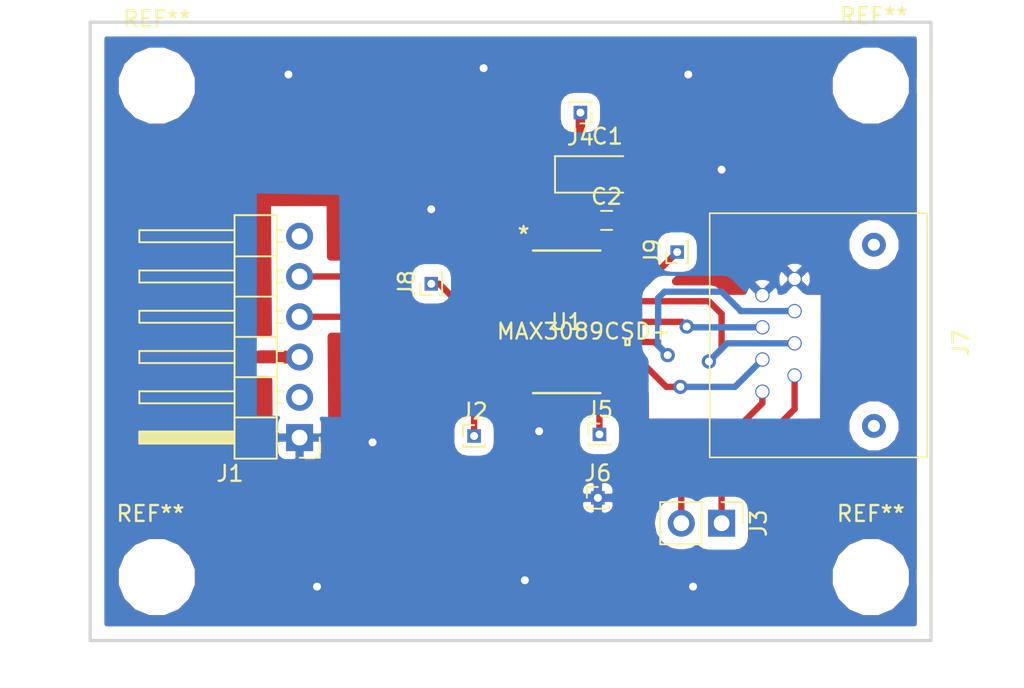
<source format=kicad_pcb>
(kicad_pcb (version 20171130) (host pcbnew "(5.0.2)-1")

  (general
    (thickness 1.6)
    (drawings 4)
    (tracks 108)
    (zones 0)
    (modules 16)
    (nets 15)
  )

  (page A4)
  (layers
    (0 F.Cu signal)
    (31 B.Cu signal)
    (32 B.Adhes user)
    (33 F.Adhes user)
    (34 B.Paste user)
    (35 F.Paste user)
    (36 B.SilkS user)
    (37 F.SilkS user)
    (38 B.Mask user)
    (39 F.Mask user)
    (40 Dwgs.User user)
    (41 Cmts.User user)
    (42 Eco1.User user)
    (43 Eco2.User user)
    (44 Edge.Cuts user)
    (45 Margin user)
    (46 B.CrtYd user)
    (47 F.CrtYd user)
    (48 B.Fab user)
    (49 F.Fab user)
  )

  (setup
    (last_trace_width 0.25)
    (user_trace_width 0.3)
    (user_trace_width 0.4)
    (user_trace_width 0.6)
    (user_trace_width 0.8)
    (trace_clearance 0.2)
    (zone_clearance 0.8)
    (zone_45_only no)
    (trace_min 0.2)
    (segment_width 0.2)
    (edge_width 0.15)
    (via_size 0.9)
    (via_drill 0.5)
    (via_min_size 0.4)
    (via_min_drill 0.3)
    (user_via 1 0.5)
    (uvia_size 0.3)
    (uvia_drill 0.1)
    (uvias_allowed no)
    (uvia_min_size 0.2)
    (uvia_min_drill 0.1)
    (pcb_text_width 0.3)
    (pcb_text_size 1.5 1.5)
    (mod_edge_width 0.15)
    (mod_text_size 1 1)
    (mod_text_width 0.15)
    (pad_size 3.2 3.2)
    (pad_drill 3.2)
    (pad_to_mask_clearance 0.051)
    (solder_mask_min_width 0.25)
    (aux_axis_origin 0 0)
    (visible_elements 7FFFFFFF)
    (pcbplotparams
      (layerselection 0x01000_ffffffff)
      (usegerberextensions false)
      (usegerberattributes false)
      (usegerberadvancedattributes false)
      (creategerberjobfile false)
      (excludeedgelayer true)
      (linewidth 0.400000)
      (plotframeref false)
      (viasonmask false)
      (mode 1)
      (useauxorigin false)
      (hpglpennumber 1)
      (hpglpenspeed 20)
      (hpglpendiameter 15.000000)
      (psnegative false)
      (psa4output false)
      (plotreference true)
      (plotvalue true)
      (plotinvisibletext false)
      (padsonsilk false)
      (subtractmaskfromsilk false)
      (outputformat 1)
      (mirror false)
      (drillshape 0)
      (scaleselection 1)
      (outputdirectory "Gerber_RS-486_FTDI/"))
  )

  (net 0 "")
  (net 1 GND)
  (net 2 +5V)
  (net 3 RXI)
  (net 4 TXO)
  (net 5 "Net-(J2-Pad1)")
  (net 6 "Net-(J5-Pad1)")
  (net 7 "Net-(J3-Pad2)")
  (net 8 "Net-(J3-Pad1)")
  (net 9 blue)
  (net 10 w_orange)
  (net 11 w_blue)
  (net 12 orange)
  (net 13 "Net-(J8-Pad1)")
  (net 14 "Net-(J9-Pad1)")

  (net_class Default "This is the default net class."
    (clearance 0.2)
    (trace_width 0.25)
    (via_dia 0.9)
    (via_drill 0.5)
    (uvia_dia 0.3)
    (uvia_drill 0.1)
    (add_net +5V)
    (add_net GND)
    (add_net "Net-(J2-Pad1)")
    (add_net "Net-(J3-Pad1)")
    (add_net "Net-(J3-Pad2)")
    (add_net "Net-(J5-Pad1)")
    (add_net "Net-(J8-Pad1)")
    (add_net "Net-(J9-Pad1)")
    (add_net RXI)
    (add_net TXO)
    (add_net blue)
    (add_net orange)
    (add_net w_blue)
    (add_net w_orange)
  )

  (module Capacitors_Tantalum_SMD:CP_Tantalum_Case-R_EIA-2012-12_Hand (layer F.Cu) (tedit 5DA0983C) (tstamp 5D961420)
    (at 75.6 133.6)
    (descr "Tantalum capacitor, Case R, EIA 2012-12, 2.0x1.3x1.2mm, Hand soldering footprint")
    (tags "capacitor tantalum smd")
    (path /5D97B793)
    (attr smd)
    (fp_text reference C1 (at 0 -2.4) (layer F.SilkS)
      (effects (font (size 1 1) (thickness 0.15)))
    )
    (fp_text value 10U (at 0 2.4) (layer F.Fab)
      (effects (font (size 1 1) (thickness 0.15)))
    )
    (fp_line (start -3.3 -1.15) (end -3.3 1.15) (layer F.SilkS) (width 0.12))
    (fp_line (start -3.3 1.15) (end 1 1.15) (layer F.SilkS) (width 0.12))
    (fp_line (start -3.3 -1.15) (end 1 -1.15) (layer F.SilkS) (width 0.12))
    (fp_line (start -0.7 -0.65) (end -0.7 0.65) (layer F.Fab) (width 0.1))
    (fp_line (start -0.8 -0.65) (end -0.8 0.65) (layer F.Fab) (width 0.1))
    (fp_line (start 1 -0.65) (end -1 -0.65) (layer F.Fab) (width 0.1))
    (fp_line (start 1 0.65) (end 1 -0.65) (layer F.Fab) (width 0.1))
    (fp_line (start -1 0.65) (end 1 0.65) (layer F.Fab) (width 0.1))
    (fp_line (start -1 -0.65) (end -1 0.65) (layer F.Fab) (width 0.1))
    (fp_line (start 3.4 -1.3) (end -3.4 -1.3) (layer F.CrtYd) (width 0.05))
    (fp_line (start 3.4 1.3) (end 3.4 -1.3) (layer F.CrtYd) (width 0.05))
    (fp_line (start -3.4 1.3) (end 3.4 1.3) (layer F.CrtYd) (width 0.05))
    (fp_line (start -3.4 -1.3) (end -3.4 1.3) (layer F.CrtYd) (width 0.05))
    (fp_text user %R (at 0 0) (layer F.Fab)
      (effects (font (size 0.5 0.5) (thickness 0.075)))
    )
    (pad 2 smd rect (at 1.7 0) (size 2.6 1.8) (layers F.Cu F.Paste F.Mask)
      (net 1 GND))
    (pad 1 smd rect (at -1.7 0) (size 2.6 1.8) (layers F.Cu F.Paste F.Mask)
      (net 2 +5V))
    (model Capacitors_Tantalum_SMD.3dshapes/CP_Tantalum_Case-R_EIA-2012-12.wrl
      (at (xyz 0 0 0))
      (scale (xyz 1 1 1))
      (rotate (xyz 0 0 0))
    )
  )

  (module Capacitors_SMD:C_0603 (layer F.Cu) (tedit 59958EE7) (tstamp 5D95FDE7)
    (at 75.55 136.5)
    (descr "Capacitor SMD 0603, reflow soldering, AVX (see smccp.pdf)")
    (tags "capacitor 0603")
    (path /5D97BE4B)
    (attr smd)
    (fp_text reference C2 (at 0 -1.5 180) (layer F.SilkS)
      (effects (font (size 1 1) (thickness 0.15)))
    )
    (fp_text value C (at 0 1.5) (layer F.Fab)
      (effects (font (size 1 1) (thickness 0.15)))
    )
    (fp_text user %R (at 0 0) (layer F.Fab)
      (effects (font (size 0.3 0.3) (thickness 0.075)))
    )
    (fp_line (start -0.8 0.4) (end -0.8 -0.4) (layer F.Fab) (width 0.1))
    (fp_line (start 0.8 0.4) (end -0.8 0.4) (layer F.Fab) (width 0.1))
    (fp_line (start 0.8 -0.4) (end 0.8 0.4) (layer F.Fab) (width 0.1))
    (fp_line (start -0.8 -0.4) (end 0.8 -0.4) (layer F.Fab) (width 0.1))
    (fp_line (start -0.35 -0.6) (end 0.35 -0.6) (layer F.SilkS) (width 0.12))
    (fp_line (start 0.35 0.6) (end -0.35 0.6) (layer F.SilkS) (width 0.12))
    (fp_line (start -1.4 -0.65) (end 1.4 -0.65) (layer F.CrtYd) (width 0.05))
    (fp_line (start -1.4 -0.65) (end -1.4 0.65) (layer F.CrtYd) (width 0.05))
    (fp_line (start 1.4 0.65) (end 1.4 -0.65) (layer F.CrtYd) (width 0.05))
    (fp_line (start 1.4 0.65) (end -1.4 0.65) (layer F.CrtYd) (width 0.05))
    (pad 1 smd rect (at -0.75 0) (size 0.8 0.75) (layers F.Cu F.Paste F.Mask)
      (net 2 +5V))
    (pad 2 smd rect (at 0.75 0) (size 0.8 0.75) (layers F.Cu F.Paste F.Mask)
      (net 1 GND))
    (model Capacitors_SMD.3dshapes/C_0603.wrl
      (at (xyz 0 0 0))
      (scale (xyz 1 1 1))
      (rotate (xyz 0 0 0))
    )
  )

  (module Pin_Headers:Pin_Header_Angled_1x06_Pitch2.54mm (layer F.Cu) (tedit 59650532) (tstamp 5D95FE4E)
    (at 56.2 150.2 180)
    (descr "Through hole angled pin header, 1x06, 2.54mm pitch, 6mm pin length, single row")
    (tags "Through hole angled pin header THT 1x06 2.54mm single row")
    (path /5D97B5AE)
    (fp_text reference J1 (at 4.385 -2.27 180) (layer F.SilkS)
      (effects (font (size 1 1) (thickness 0.15)))
    )
    (fp_text value Conn_01x06 (at 4.385 14.97 180) (layer F.Fab)
      (effects (font (size 1 1) (thickness 0.15)))
    )
    (fp_text user %R (at 2.77 6.35 270) (layer F.Fab)
      (effects (font (size 1 1) (thickness 0.15)))
    )
    (fp_line (start 10.55 -1.8) (end -1.8 -1.8) (layer F.CrtYd) (width 0.05))
    (fp_line (start 10.55 14.5) (end 10.55 -1.8) (layer F.CrtYd) (width 0.05))
    (fp_line (start -1.8 14.5) (end 10.55 14.5) (layer F.CrtYd) (width 0.05))
    (fp_line (start -1.8 -1.8) (end -1.8 14.5) (layer F.CrtYd) (width 0.05))
    (fp_line (start -1.27 -1.27) (end 0 -1.27) (layer F.SilkS) (width 0.12))
    (fp_line (start -1.27 0) (end -1.27 -1.27) (layer F.SilkS) (width 0.12))
    (fp_line (start 1.042929 13.08) (end 1.44 13.08) (layer F.SilkS) (width 0.12))
    (fp_line (start 1.042929 12.32) (end 1.44 12.32) (layer F.SilkS) (width 0.12))
    (fp_line (start 10.1 13.08) (end 4.1 13.08) (layer F.SilkS) (width 0.12))
    (fp_line (start 10.1 12.32) (end 10.1 13.08) (layer F.SilkS) (width 0.12))
    (fp_line (start 4.1 12.32) (end 10.1 12.32) (layer F.SilkS) (width 0.12))
    (fp_line (start 1.44 11.43) (end 4.1 11.43) (layer F.SilkS) (width 0.12))
    (fp_line (start 1.042929 10.54) (end 1.44 10.54) (layer F.SilkS) (width 0.12))
    (fp_line (start 1.042929 9.78) (end 1.44 9.78) (layer F.SilkS) (width 0.12))
    (fp_line (start 10.1 10.54) (end 4.1 10.54) (layer F.SilkS) (width 0.12))
    (fp_line (start 10.1 9.78) (end 10.1 10.54) (layer F.SilkS) (width 0.12))
    (fp_line (start 4.1 9.78) (end 10.1 9.78) (layer F.SilkS) (width 0.12))
    (fp_line (start 1.44 8.89) (end 4.1 8.89) (layer F.SilkS) (width 0.12))
    (fp_line (start 1.042929 8) (end 1.44 8) (layer F.SilkS) (width 0.12))
    (fp_line (start 1.042929 7.24) (end 1.44 7.24) (layer F.SilkS) (width 0.12))
    (fp_line (start 10.1 8) (end 4.1 8) (layer F.SilkS) (width 0.12))
    (fp_line (start 10.1 7.24) (end 10.1 8) (layer F.SilkS) (width 0.12))
    (fp_line (start 4.1 7.24) (end 10.1 7.24) (layer F.SilkS) (width 0.12))
    (fp_line (start 1.44 6.35) (end 4.1 6.35) (layer F.SilkS) (width 0.12))
    (fp_line (start 1.042929 5.46) (end 1.44 5.46) (layer F.SilkS) (width 0.12))
    (fp_line (start 1.042929 4.7) (end 1.44 4.7) (layer F.SilkS) (width 0.12))
    (fp_line (start 10.1 5.46) (end 4.1 5.46) (layer F.SilkS) (width 0.12))
    (fp_line (start 10.1 4.7) (end 10.1 5.46) (layer F.SilkS) (width 0.12))
    (fp_line (start 4.1 4.7) (end 10.1 4.7) (layer F.SilkS) (width 0.12))
    (fp_line (start 1.44 3.81) (end 4.1 3.81) (layer F.SilkS) (width 0.12))
    (fp_line (start 1.042929 2.92) (end 1.44 2.92) (layer F.SilkS) (width 0.12))
    (fp_line (start 1.042929 2.16) (end 1.44 2.16) (layer F.SilkS) (width 0.12))
    (fp_line (start 10.1 2.92) (end 4.1 2.92) (layer F.SilkS) (width 0.12))
    (fp_line (start 10.1 2.16) (end 10.1 2.92) (layer F.SilkS) (width 0.12))
    (fp_line (start 4.1 2.16) (end 10.1 2.16) (layer F.SilkS) (width 0.12))
    (fp_line (start 1.44 1.27) (end 4.1 1.27) (layer F.SilkS) (width 0.12))
    (fp_line (start 1.11 0.38) (end 1.44 0.38) (layer F.SilkS) (width 0.12))
    (fp_line (start 1.11 -0.38) (end 1.44 -0.38) (layer F.SilkS) (width 0.12))
    (fp_line (start 4.1 0.28) (end 10.1 0.28) (layer F.SilkS) (width 0.12))
    (fp_line (start 4.1 0.16) (end 10.1 0.16) (layer F.SilkS) (width 0.12))
    (fp_line (start 4.1 0.04) (end 10.1 0.04) (layer F.SilkS) (width 0.12))
    (fp_line (start 4.1 -0.08) (end 10.1 -0.08) (layer F.SilkS) (width 0.12))
    (fp_line (start 4.1 -0.2) (end 10.1 -0.2) (layer F.SilkS) (width 0.12))
    (fp_line (start 4.1 -0.32) (end 10.1 -0.32) (layer F.SilkS) (width 0.12))
    (fp_line (start 10.1 0.38) (end 4.1 0.38) (layer F.SilkS) (width 0.12))
    (fp_line (start 10.1 -0.38) (end 10.1 0.38) (layer F.SilkS) (width 0.12))
    (fp_line (start 4.1 -0.38) (end 10.1 -0.38) (layer F.SilkS) (width 0.12))
    (fp_line (start 4.1 -1.33) (end 1.44 -1.33) (layer F.SilkS) (width 0.12))
    (fp_line (start 4.1 14.03) (end 4.1 -1.33) (layer F.SilkS) (width 0.12))
    (fp_line (start 1.44 14.03) (end 4.1 14.03) (layer F.SilkS) (width 0.12))
    (fp_line (start 1.44 -1.33) (end 1.44 14.03) (layer F.SilkS) (width 0.12))
    (fp_line (start 4.04 13.02) (end 10.04 13.02) (layer F.Fab) (width 0.1))
    (fp_line (start 10.04 12.38) (end 10.04 13.02) (layer F.Fab) (width 0.1))
    (fp_line (start 4.04 12.38) (end 10.04 12.38) (layer F.Fab) (width 0.1))
    (fp_line (start -0.32 13.02) (end 1.5 13.02) (layer F.Fab) (width 0.1))
    (fp_line (start -0.32 12.38) (end -0.32 13.02) (layer F.Fab) (width 0.1))
    (fp_line (start -0.32 12.38) (end 1.5 12.38) (layer F.Fab) (width 0.1))
    (fp_line (start 4.04 10.48) (end 10.04 10.48) (layer F.Fab) (width 0.1))
    (fp_line (start 10.04 9.84) (end 10.04 10.48) (layer F.Fab) (width 0.1))
    (fp_line (start 4.04 9.84) (end 10.04 9.84) (layer F.Fab) (width 0.1))
    (fp_line (start -0.32 10.48) (end 1.5 10.48) (layer F.Fab) (width 0.1))
    (fp_line (start -0.32 9.84) (end -0.32 10.48) (layer F.Fab) (width 0.1))
    (fp_line (start -0.32 9.84) (end 1.5 9.84) (layer F.Fab) (width 0.1))
    (fp_line (start 4.04 7.94) (end 10.04 7.94) (layer F.Fab) (width 0.1))
    (fp_line (start 10.04 7.3) (end 10.04 7.94) (layer F.Fab) (width 0.1))
    (fp_line (start 4.04 7.3) (end 10.04 7.3) (layer F.Fab) (width 0.1))
    (fp_line (start -0.32 7.94) (end 1.5 7.94) (layer F.Fab) (width 0.1))
    (fp_line (start -0.32 7.3) (end -0.32 7.94) (layer F.Fab) (width 0.1))
    (fp_line (start -0.32 7.3) (end 1.5 7.3) (layer F.Fab) (width 0.1))
    (fp_line (start 4.04 5.4) (end 10.04 5.4) (layer F.Fab) (width 0.1))
    (fp_line (start 10.04 4.76) (end 10.04 5.4) (layer F.Fab) (width 0.1))
    (fp_line (start 4.04 4.76) (end 10.04 4.76) (layer F.Fab) (width 0.1))
    (fp_line (start -0.32 5.4) (end 1.5 5.4) (layer F.Fab) (width 0.1))
    (fp_line (start -0.32 4.76) (end -0.32 5.4) (layer F.Fab) (width 0.1))
    (fp_line (start -0.32 4.76) (end 1.5 4.76) (layer F.Fab) (width 0.1))
    (fp_line (start 4.04 2.86) (end 10.04 2.86) (layer F.Fab) (width 0.1))
    (fp_line (start 10.04 2.22) (end 10.04 2.86) (layer F.Fab) (width 0.1))
    (fp_line (start 4.04 2.22) (end 10.04 2.22) (layer F.Fab) (width 0.1))
    (fp_line (start -0.32 2.86) (end 1.5 2.86) (layer F.Fab) (width 0.1))
    (fp_line (start -0.32 2.22) (end -0.32 2.86) (layer F.Fab) (width 0.1))
    (fp_line (start -0.32 2.22) (end 1.5 2.22) (layer F.Fab) (width 0.1))
    (fp_line (start 4.04 0.32) (end 10.04 0.32) (layer F.Fab) (width 0.1))
    (fp_line (start 10.04 -0.32) (end 10.04 0.32) (layer F.Fab) (width 0.1))
    (fp_line (start 4.04 -0.32) (end 10.04 -0.32) (layer F.Fab) (width 0.1))
    (fp_line (start -0.32 0.32) (end 1.5 0.32) (layer F.Fab) (width 0.1))
    (fp_line (start -0.32 -0.32) (end -0.32 0.32) (layer F.Fab) (width 0.1))
    (fp_line (start -0.32 -0.32) (end 1.5 -0.32) (layer F.Fab) (width 0.1))
    (fp_line (start 1.5 -0.635) (end 2.135 -1.27) (layer F.Fab) (width 0.1))
    (fp_line (start 1.5 13.97) (end 1.5 -0.635) (layer F.Fab) (width 0.1))
    (fp_line (start 4.04 13.97) (end 1.5 13.97) (layer F.Fab) (width 0.1))
    (fp_line (start 4.04 -1.27) (end 4.04 13.97) (layer F.Fab) (width 0.1))
    (fp_line (start 2.135 -1.27) (end 4.04 -1.27) (layer F.Fab) (width 0.1))
    (pad 6 thru_hole oval (at 0 12.7 180) (size 1.7 1.7) (drill 1) (layers *.Cu *.Mask))
    (pad 5 thru_hole oval (at 0 10.16 180) (size 1.7 1.7) (drill 1) (layers *.Cu *.Mask)
      (net 3 RXI))
    (pad 4 thru_hole oval (at 0 7.62 180) (size 1.7 1.7) (drill 1) (layers *.Cu *.Mask)
      (net 4 TXO))
    (pad 3 thru_hole oval (at 0 5.08 180) (size 1.7 1.7) (drill 1) (layers *.Cu *.Mask)
      (net 2 +5V))
    (pad 2 thru_hole oval (at 0 2.54 180) (size 1.7 1.7) (drill 1) (layers *.Cu *.Mask))
    (pad 1 thru_hole rect (at 0 0 180) (size 1.7 1.7) (drill 1) (layers *.Cu *.Mask)
      (net 1 GND))
    (model ${KISYS3DMOD}/Pin_Headers.3dshapes/Pin_Header_Angled_1x06_Pitch2.54mm.wrl
      (at (xyz 0 0 0))
      (scale (xyz 1 1 1))
      (rotate (xyz 0 0 0))
    )
  )

  (module Pin_Headers:Pin_Header_Straight_1x01_Pitch1.00mm (layer F.Cu) (tedit 59B55814) (tstamp 5D960C37)
    (at 67.2 150.1)
    (descr "Through hole straight pin header, 1x01, 1.00mm pitch, single row")
    (tags "Through hole pin header THT 1x01 1.00mm single row")
    (path /5D983576)
    (fp_text reference J2 (at 0 -1.56) (layer F.SilkS)
      (effects (font (size 1 1) (thickness 0.15)))
    )
    (fp_text value Conn_01x01 (at 0 1.56) (layer F.Fab)
      (effects (font (size 1 1) (thickness 0.15)))
    )
    (fp_text user %R (at 0 0 90) (layer F.Fab)
      (effects (font (size 0.76 0.76) (thickness 0.114)))
    )
    (fp_line (start 1.15 -1) (end -1.15 -1) (layer F.CrtYd) (width 0.05))
    (fp_line (start 1.15 1) (end 1.15 -1) (layer F.CrtYd) (width 0.05))
    (fp_line (start -1.15 1) (end 1.15 1) (layer F.CrtYd) (width 0.05))
    (fp_line (start -1.15 -1) (end -1.15 1) (layer F.CrtYd) (width 0.05))
    (fp_line (start -0.695 -0.685) (end 0 -0.685) (layer F.SilkS) (width 0.12))
    (fp_line (start -0.695 0) (end -0.695 -0.685) (layer F.SilkS) (width 0.12))
    (fp_line (start 0.608276 0.685) (end 0.695 0.685) (layer F.SilkS) (width 0.12))
    (fp_line (start -0.695 0.685) (end -0.608276 0.685) (layer F.SilkS) (width 0.12))
    (fp_line (start 0.695 0.685) (end 0.695 0.56) (layer F.SilkS) (width 0.12))
    (fp_line (start -0.695 0.685) (end -0.695 0.56) (layer F.SilkS) (width 0.12))
    (fp_line (start -0.695 0.685) (end 0.695 0.685) (layer F.SilkS) (width 0.12))
    (fp_line (start -0.635 -0.1825) (end -0.3175 -0.5) (layer F.Fab) (width 0.1))
    (fp_line (start -0.635 0.5) (end -0.635 -0.1825) (layer F.Fab) (width 0.1))
    (fp_line (start 0.635 0.5) (end -0.635 0.5) (layer F.Fab) (width 0.1))
    (fp_line (start 0.635 -0.5) (end 0.635 0.5) (layer F.Fab) (width 0.1))
    (fp_line (start -0.3175 -0.5) (end 0.635 -0.5) (layer F.Fab) (width 0.1))
    (pad 1 thru_hole rect (at 0 0) (size 0.85 0.85) (drill 0.5) (layers *.Cu *.Mask)
      (net 5 "Net-(J2-Pad1)"))
    (model ${KISYS3DMOD}/Pin_Headers.3dshapes/Pin_Header_Straight_1x01_Pitch1.00mm.wrl
      (at (xyz 0 0 0))
      (scale (xyz 1 1 1))
      (rotate (xyz 0 0 0))
    )
  )

  (module MAX3089:MAX3089CSD&plus_ (layer F.Cu) (tedit 0) (tstamp 5D95FEF3)
    (at 73.0362 142.9)
    (path /5D97B90F)
    (fp_text reference U1 (at 0 0) (layer F.SilkS)
      (effects (font (size 1 1) (thickness 0.15)))
    )
    (fp_text value MAX3089CSD+ (at 1.071 0.600999) (layer F.SilkS)
      (effects (font (size 1 1) (thickness 0.15)))
    )
    (fp_text user "Copyright 2016 Accelerated Designs. All rights reserved." (at 0 0) (layer Cmts.User)
      (effects (font (size 0.127 0.127) (thickness 0.002)))
    )
    (fp_text user * (at -2.7178 -5.4956) (layer F.SilkS)
      (effects (font (size 1 1) (thickness 0.15)))
    )
    (fp_text user * (at -1.6129 -4.2926) (layer F.Fab)
      (effects (font (size 1 1) (thickness 0.15)))
    )
    (fp_line (start -1.9939 -3.5687) (end -1.9939 -4.0513) (layer F.Fab) (width 0.1524))
    (fp_line (start -1.9939 -4.0513) (end -3.0988 -4.0513) (layer F.Fab) (width 0.1524))
    (fp_line (start -3.0988 -4.0513) (end -3.0988 -3.5687) (layer F.Fab) (width 0.1524))
    (fp_line (start -3.0988 -3.5687) (end -1.9939 -3.5687) (layer F.Fab) (width 0.1524))
    (fp_line (start -1.9939 -2.2987) (end -1.9939 -2.7813) (layer F.Fab) (width 0.1524))
    (fp_line (start -1.9939 -2.7813) (end -3.0988 -2.7813) (layer F.Fab) (width 0.1524))
    (fp_line (start -3.0988 -2.7813) (end -3.0988 -2.2987) (layer F.Fab) (width 0.1524))
    (fp_line (start -3.0988 -2.2987) (end -1.9939 -2.2987) (layer F.Fab) (width 0.1524))
    (fp_line (start -1.9939 -1.0287) (end -1.9939 -1.5113) (layer F.Fab) (width 0.1524))
    (fp_line (start -1.9939 -1.5113) (end -3.0988 -1.5113) (layer F.Fab) (width 0.1524))
    (fp_line (start -3.0988 -1.5113) (end -3.0988 -1.0287) (layer F.Fab) (width 0.1524))
    (fp_line (start -3.0988 -1.0287) (end -1.9939 -1.0287) (layer F.Fab) (width 0.1524))
    (fp_line (start -1.9939 0.2413) (end -1.9939 -0.2413) (layer F.Fab) (width 0.1524))
    (fp_line (start -1.9939 -0.2413) (end -3.0988 -0.2413) (layer F.Fab) (width 0.1524))
    (fp_line (start -3.0988 -0.2413) (end -3.0988 0.2413) (layer F.Fab) (width 0.1524))
    (fp_line (start -3.0988 0.2413) (end -1.9939 0.2413) (layer F.Fab) (width 0.1524))
    (fp_line (start -1.9939 1.5113) (end -1.9939 1.0287) (layer F.Fab) (width 0.1524))
    (fp_line (start -1.9939 1.0287) (end -3.0988 1.0287) (layer F.Fab) (width 0.1524))
    (fp_line (start -3.0988 1.0287) (end -3.0988 1.5113) (layer F.Fab) (width 0.1524))
    (fp_line (start -3.0988 1.5113) (end -1.9939 1.5113) (layer F.Fab) (width 0.1524))
    (fp_line (start -1.9939 2.7813) (end -1.9939 2.2987) (layer F.Fab) (width 0.1524))
    (fp_line (start -1.9939 2.2987) (end -3.0988 2.2987) (layer F.Fab) (width 0.1524))
    (fp_line (start -3.0988 2.2987) (end -3.0988 2.7813) (layer F.Fab) (width 0.1524))
    (fp_line (start -3.0988 2.7813) (end -1.9939 2.7813) (layer F.Fab) (width 0.1524))
    (fp_line (start -1.9939 4.0513) (end -1.9939 3.5687) (layer F.Fab) (width 0.1524))
    (fp_line (start -1.9939 3.5687) (end -3.0988 3.5687) (layer F.Fab) (width 0.1524))
    (fp_line (start -3.0988 3.5687) (end -3.0988 4.0513) (layer F.Fab) (width 0.1524))
    (fp_line (start -3.0988 4.0513) (end -1.9939 4.0513) (layer F.Fab) (width 0.1524))
    (fp_line (start 1.9939 3.5687) (end 1.9939 4.0513) (layer F.Fab) (width 0.1524))
    (fp_line (start 1.9939 4.0513) (end 3.0988 4.0513) (layer F.Fab) (width 0.1524))
    (fp_line (start 3.0988 4.0513) (end 3.0988 3.5687) (layer F.Fab) (width 0.1524))
    (fp_line (start 3.0988 3.5687) (end 1.9939 3.5687) (layer F.Fab) (width 0.1524))
    (fp_line (start 1.9939 2.2987) (end 1.9939 2.7813) (layer F.Fab) (width 0.1524))
    (fp_line (start 1.9939 2.7813) (end 3.0988 2.7813) (layer F.Fab) (width 0.1524))
    (fp_line (start 3.0988 2.7813) (end 3.0988 2.2987) (layer F.Fab) (width 0.1524))
    (fp_line (start 3.0988 2.2987) (end 1.9939 2.2987) (layer F.Fab) (width 0.1524))
    (fp_line (start 1.9939 1.0287) (end 1.9939 1.5113) (layer F.Fab) (width 0.1524))
    (fp_line (start 1.9939 1.5113) (end 3.0988 1.5113) (layer F.Fab) (width 0.1524))
    (fp_line (start 3.0988 1.5113) (end 3.0988 1.0287) (layer F.Fab) (width 0.1524))
    (fp_line (start 3.0988 1.0287) (end 1.9939 1.0287) (layer F.Fab) (width 0.1524))
    (fp_line (start 1.9939 -0.2413) (end 1.9939 0.2413) (layer F.Fab) (width 0.1524))
    (fp_line (start 1.9939 0.2413) (end 3.0988 0.2413) (layer F.Fab) (width 0.1524))
    (fp_line (start 3.0988 0.2413) (end 3.0988 -0.2413) (layer F.Fab) (width 0.1524))
    (fp_line (start 3.0988 -0.2413) (end 1.9939 -0.2413) (layer F.Fab) (width 0.1524))
    (fp_line (start 1.9939 -1.5113) (end 1.9939 -1.0287) (layer F.Fab) (width 0.1524))
    (fp_line (start 1.9939 -1.0287) (end 3.0988 -1.0287) (layer F.Fab) (width 0.1524))
    (fp_line (start 3.0988 -1.0287) (end 3.0988 -1.5113) (layer F.Fab) (width 0.1524))
    (fp_line (start 3.0988 -1.5113) (end 1.9939 -1.5113) (layer F.Fab) (width 0.1524))
    (fp_line (start 1.9939 -2.7813) (end 1.9939 -2.2987) (layer F.Fab) (width 0.1524))
    (fp_line (start 1.9939 -2.2987) (end 3.0988 -2.2987) (layer F.Fab) (width 0.1524))
    (fp_line (start 3.0988 -2.2987) (end 3.0988 -2.7813) (layer F.Fab) (width 0.1524))
    (fp_line (start 3.0988 -2.7813) (end 1.9939 -2.7813) (layer F.Fab) (width 0.1524))
    (fp_line (start 1.9939 -4.0513) (end 1.9939 -3.5687) (layer F.Fab) (width 0.1524))
    (fp_line (start 1.9939 -3.5687) (end 3.0988 -3.5687) (layer F.Fab) (width 0.1524))
    (fp_line (start 3.0988 -3.5687) (end 3.0988 -4.0513) (layer F.Fab) (width 0.1524))
    (fp_line (start 3.0988 -4.0513) (end 1.9939 -4.0513) (layer F.Fab) (width 0.1524))
    (fp_line (start -2.1209 4.4958) (end 2.1209 4.4958) (layer F.SilkS) (width 0.1524))
    (fp_line (start 2.1209 -4.4958) (end -2.1209 -4.4958) (layer F.SilkS) (width 0.1524))
    (fp_line (start -1.9939 4.3688) (end 1.9939 4.3688) (layer F.Fab) (width 0.1524))
    (fp_line (start 1.9939 4.3688) (end 1.9939 -4.3688) (layer F.Fab) (width 0.1524))
    (fp_line (start 1.9939 -4.3688) (end -1.9939 -4.3688) (layer F.Fab) (width 0.1524))
    (fp_line (start -1.9939 -4.3688) (end -1.9939 4.3688) (layer F.Fab) (width 0.1524))
    (fp_line (start 3.956799 1.0795) (end 3.956799 1.4605) (layer F.SilkS) (width 0.1524))
    (fp_line (start 3.956799 1.4605) (end 3.702799 1.4605) (layer F.SilkS) (width 0.1524))
    (fp_line (start 3.702799 1.4605) (end 3.702799 1.0795) (layer F.SilkS) (width 0.1524))
    (fp_line (start 3.702799 1.0795) (end 3.956799 1.0795) (layer F.SilkS) (width 0.1524))
    (fp_line (start -3.702799 4.3353) (end -3.702799 -4.3353) (layer F.CrtYd) (width 0.1524))
    (fp_line (start -3.702799 -4.3353) (end -2.2479 -4.3353) (layer F.CrtYd) (width 0.1524))
    (fp_line (start -2.2479 -4.3353) (end -2.2479 -4.6228) (layer F.CrtYd) (width 0.1524))
    (fp_line (start -2.2479 -4.6228) (end 2.2479 -4.6228) (layer F.CrtYd) (width 0.1524))
    (fp_line (start 2.2479 -4.6228) (end 2.2479 -4.3353) (layer F.CrtYd) (width 0.1524))
    (fp_line (start 2.2479 -4.3353) (end 3.702799 -4.3353) (layer F.CrtYd) (width 0.1524))
    (fp_line (start 3.702799 -4.3353) (end 3.702799 4.3353) (layer F.CrtYd) (width 0.1524))
    (fp_line (start 3.702799 4.3353) (end 2.2479 4.3353) (layer F.CrtYd) (width 0.1524))
    (fp_line (start 2.2479 4.3353) (end 2.2479 4.6228) (layer F.CrtYd) (width 0.1524))
    (fp_line (start 2.2479 4.6228) (end -2.2479 4.6228) (layer F.CrtYd) (width 0.1524))
    (fp_line (start -2.2479 4.6228) (end -2.2479 4.3353) (layer F.CrtYd) (width 0.1524))
    (fp_line (start -2.2479 4.3353) (end -3.702799 4.3353) (layer F.CrtYd) (width 0.1524))
    (fp_arc (start 0 -4.3688) (end 0.3048 -4.3688) (angle 180) (layer F.Fab) (width 0.1524))
    (pad 1 smd rect (at -2.4638 -3.81) (size 1.969999 0.5426) (layers F.Cu F.Paste F.Mask)
      (net 1 GND))
    (pad 2 smd rect (at -2.4638 -2.54) (size 1.969999 0.5426) (layers F.Cu F.Paste F.Mask)
      (net 3 RXI))
    (pad 3 smd rect (at -2.4638 -1.27) (size 1.969999 0.5426) (layers F.Cu F.Paste F.Mask)
      (net 13 "Net-(J8-Pad1)"))
    (pad 4 smd rect (at -2.4638 0) (size 1.969999 0.5426) (layers F.Cu F.Paste F.Mask)
      (net 2 +5V))
    (pad 5 smd rect (at -2.4638 1.27) (size 1.969999 0.5426) (layers F.Cu F.Paste F.Mask)
      (net 4 TXO))
    (pad 6 smd rect (at -2.4638 2.54) (size 1.969999 0.5426) (layers F.Cu F.Paste F.Mask)
      (net 5 "Net-(J2-Pad1)"))
    (pad 7 smd rect (at -2.4638 3.81) (size 1.969999 0.5426) (layers F.Cu F.Paste F.Mask)
      (net 1 GND))
    (pad 8 smd rect (at 2.4638 3.81) (size 1.969999 0.5426) (layers F.Cu F.Paste F.Mask)
      (net 6 "Net-(J5-Pad1)"))
    (pad 9 smd rect (at 2.4638 2.54) (size 1.969999 0.5426) (layers F.Cu F.Paste F.Mask)
      (net 12 orange))
    (pad 10 smd rect (at 2.4638 1.27) (size 1.969999 0.5426) (layers F.Cu F.Paste F.Mask)
      (net 10 w_orange))
    (pad 11 smd rect (at 2.4638 0) (size 1.969999 0.5426) (layers F.Cu F.Paste F.Mask)
      (net 11 w_blue))
    (pad 12 smd rect (at 2.4638 -1.27) (size 1.969999 0.5426) (layers F.Cu F.Paste F.Mask)
      (net 9 blue))
    (pad 13 smd rect (at 2.4638 -2.54) (size 1.969999 0.5426) (layers F.Cu F.Paste F.Mask)
      (net 14 "Net-(J9-Pad1)"))
    (pad 14 smd rect (at 2.4638 -3.81) (size 1.969999 0.5426) (layers F.Cu F.Paste F.Mask)
      (net 2 +5V))
  )

  (module Pin_Headers:Pin_Header_Straight_1x01_Pitch1.00mm (layer F.Cu) (tedit 59B55814) (tstamp 5D961AF7)
    (at 73.9 129.7 180)
    (descr "Through hole straight pin header, 1x01, 1.00mm pitch, single row")
    (tags "Through hole pin header THT 1x01 1.00mm single row")
    (path /5D985752)
    (fp_text reference J4 (at 0 -1.56 180) (layer F.SilkS)
      (effects (font (size 1 1) (thickness 0.15)))
    )
    (fp_text value Conn_01x01 (at 0 1.56 180) (layer F.Fab)
      (effects (font (size 1 1) (thickness 0.15)))
    )
    (fp_text user %R (at 0 0 270) (layer F.Fab)
      (effects (font (size 0.76 0.76) (thickness 0.114)))
    )
    (fp_line (start 1.15 -1) (end -1.15 -1) (layer F.CrtYd) (width 0.05))
    (fp_line (start 1.15 1) (end 1.15 -1) (layer F.CrtYd) (width 0.05))
    (fp_line (start -1.15 1) (end 1.15 1) (layer F.CrtYd) (width 0.05))
    (fp_line (start -1.15 -1) (end -1.15 1) (layer F.CrtYd) (width 0.05))
    (fp_line (start -0.695 -0.685) (end 0 -0.685) (layer F.SilkS) (width 0.12))
    (fp_line (start -0.695 0) (end -0.695 -0.685) (layer F.SilkS) (width 0.12))
    (fp_line (start 0.608276 0.685) (end 0.695 0.685) (layer F.SilkS) (width 0.12))
    (fp_line (start -0.695 0.685) (end -0.608276 0.685) (layer F.SilkS) (width 0.12))
    (fp_line (start 0.695 0.685) (end 0.695 0.56) (layer F.SilkS) (width 0.12))
    (fp_line (start -0.695 0.685) (end -0.695 0.56) (layer F.SilkS) (width 0.12))
    (fp_line (start -0.695 0.685) (end 0.695 0.685) (layer F.SilkS) (width 0.12))
    (fp_line (start -0.635 -0.1825) (end -0.3175 -0.5) (layer F.Fab) (width 0.1))
    (fp_line (start -0.635 0.5) (end -0.635 -0.1825) (layer F.Fab) (width 0.1))
    (fp_line (start 0.635 0.5) (end -0.635 0.5) (layer F.Fab) (width 0.1))
    (fp_line (start 0.635 -0.5) (end 0.635 0.5) (layer F.Fab) (width 0.1))
    (fp_line (start -0.3175 -0.5) (end 0.635 -0.5) (layer F.Fab) (width 0.1))
    (pad 1 thru_hole rect (at 0 0 180) (size 0.85 0.85) (drill 0.5) (layers *.Cu *.Mask)
      (net 2 +5V))
    (model ${KISYS3DMOD}/Pin_Headers.3dshapes/Pin_Header_Straight_1x01_Pitch1.00mm.wrl
      (at (xyz 0 0 0))
      (scale (xyz 1 1 1))
      (rotate (xyz 0 0 0))
    )
  )

  (module Pin_Headers:Pin_Header_Straight_1x01_Pitch1.00mm (layer F.Cu) (tedit 59B55814) (tstamp 5D961B21)
    (at 75.1 150)
    (descr "Through hole straight pin header, 1x01, 1.00mm pitch, single row")
    (tags "Through hole pin header THT 1x01 1.00mm single row")
    (path /5D985718)
    (fp_text reference J5 (at 0 -1.56) (layer F.SilkS)
      (effects (font (size 1 1) (thickness 0.15)))
    )
    (fp_text value Conn_01x01 (at 0 1.56) (layer F.Fab)
      (effects (font (size 1 1) (thickness 0.15)))
    )
    (fp_text user %R (at 0 0 90) (layer F.Fab)
      (effects (font (size 0.76 0.76) (thickness 0.114)))
    )
    (fp_line (start 1.15 -1) (end -1.15 -1) (layer F.CrtYd) (width 0.05))
    (fp_line (start 1.15 1) (end 1.15 -1) (layer F.CrtYd) (width 0.05))
    (fp_line (start -1.15 1) (end 1.15 1) (layer F.CrtYd) (width 0.05))
    (fp_line (start -1.15 -1) (end -1.15 1) (layer F.CrtYd) (width 0.05))
    (fp_line (start -0.695 -0.685) (end 0 -0.685) (layer F.SilkS) (width 0.12))
    (fp_line (start -0.695 0) (end -0.695 -0.685) (layer F.SilkS) (width 0.12))
    (fp_line (start 0.608276 0.685) (end 0.695 0.685) (layer F.SilkS) (width 0.12))
    (fp_line (start -0.695 0.685) (end -0.608276 0.685) (layer F.SilkS) (width 0.12))
    (fp_line (start 0.695 0.685) (end 0.695 0.56) (layer F.SilkS) (width 0.12))
    (fp_line (start -0.695 0.685) (end -0.695 0.56) (layer F.SilkS) (width 0.12))
    (fp_line (start -0.695 0.685) (end 0.695 0.685) (layer F.SilkS) (width 0.12))
    (fp_line (start -0.635 -0.1825) (end -0.3175 -0.5) (layer F.Fab) (width 0.1))
    (fp_line (start -0.635 0.5) (end -0.635 -0.1825) (layer F.Fab) (width 0.1))
    (fp_line (start 0.635 0.5) (end -0.635 0.5) (layer F.Fab) (width 0.1))
    (fp_line (start 0.635 -0.5) (end 0.635 0.5) (layer F.Fab) (width 0.1))
    (fp_line (start -0.3175 -0.5) (end 0.635 -0.5) (layer F.Fab) (width 0.1))
    (pad 1 thru_hole rect (at 0 0) (size 0.85 0.85) (drill 0.5) (layers *.Cu *.Mask)
      (net 6 "Net-(J5-Pad1)"))
    (model ${KISYS3DMOD}/Pin_Headers.3dshapes/Pin_Header_Straight_1x01_Pitch1.00mm.wrl
      (at (xyz 0 0 0))
      (scale (xyz 1 1 1))
      (rotate (xyz 0 0 0))
    )
  )

  (module Pin_Headers:Pin_Header_Straight_1x01_Pitch1.00mm (layer F.Cu) (tedit 59B55814) (tstamp 5D961B37)
    (at 75 154)
    (descr "Through hole straight pin header, 1x01, 1.00mm pitch, single row")
    (tags "Through hole pin header THT 1x01 1.00mm single row")
    (path /5D98578C)
    (fp_text reference J6 (at 0 -1.56) (layer F.SilkS)
      (effects (font (size 1 1) (thickness 0.15)))
    )
    (fp_text value Conn_01x01 (at 0 1.56) (layer F.Fab)
      (effects (font (size 1 1) (thickness 0.15)))
    )
    (fp_line (start -0.3175 -0.5) (end 0.635 -0.5) (layer F.Fab) (width 0.1))
    (fp_line (start 0.635 -0.5) (end 0.635 0.5) (layer F.Fab) (width 0.1))
    (fp_line (start 0.635 0.5) (end -0.635 0.5) (layer F.Fab) (width 0.1))
    (fp_line (start -0.635 0.5) (end -0.635 -0.1825) (layer F.Fab) (width 0.1))
    (fp_line (start -0.635 -0.1825) (end -0.3175 -0.5) (layer F.Fab) (width 0.1))
    (fp_line (start -0.695 0.685) (end 0.695 0.685) (layer F.SilkS) (width 0.12))
    (fp_line (start -0.695 0.685) (end -0.695 0.56) (layer F.SilkS) (width 0.12))
    (fp_line (start 0.695 0.685) (end 0.695 0.56) (layer F.SilkS) (width 0.12))
    (fp_line (start -0.695 0.685) (end -0.608276 0.685) (layer F.SilkS) (width 0.12))
    (fp_line (start 0.608276 0.685) (end 0.695 0.685) (layer F.SilkS) (width 0.12))
    (fp_line (start -0.695 0) (end -0.695 -0.685) (layer F.SilkS) (width 0.12))
    (fp_line (start -0.695 -0.685) (end 0 -0.685) (layer F.SilkS) (width 0.12))
    (fp_line (start -1.15 -1) (end -1.15 1) (layer F.CrtYd) (width 0.05))
    (fp_line (start -1.15 1) (end 1.15 1) (layer F.CrtYd) (width 0.05))
    (fp_line (start 1.15 1) (end 1.15 -1) (layer F.CrtYd) (width 0.05))
    (fp_line (start 1.15 -1) (end -1.15 -1) (layer F.CrtYd) (width 0.05))
    (fp_text user %R (at 0 0 90) (layer F.Fab)
      (effects (font (size 0.76 0.76) (thickness 0.114)))
    )
    (pad 1 thru_hole rect (at 0 0) (size 0.85 0.85) (drill 0.5) (layers *.Cu *.Mask)
      (net 1 GND))
    (model ${KISYS3DMOD}/Pin_Headers.3dshapes/Pin_Header_Straight_1x01_Pitch1.00mm.wrl
      (at (xyz 0 0 0))
      (scale (xyz 1 1 1))
      (rotate (xyz 0 0 0))
    )
  )

  (module Pin_Headers:Pin_Header_Straight_1x02_Pitch2.54mm (layer F.Cu) (tedit 59650532) (tstamp 5DBCC08D)
    (at 82.8 155.6 270)
    (descr "Through hole straight pin header, 1x02, 2.54mm pitch, single row")
    (tags "Through hole pin header THT 1x02 2.54mm single row")
    (path /5DBC4F5D)
    (fp_text reference J3 (at 0 -2.33 270) (layer F.SilkS)
      (effects (font (size 1 1) (thickness 0.15)))
    )
    (fp_text value Conn_01x02 (at 0 4.87 270) (layer F.Fab)
      (effects (font (size 1 1) (thickness 0.15)))
    )
    (fp_text user %R (at 0 1.27) (layer F.Fab)
      (effects (font (size 1 1) (thickness 0.15)))
    )
    (fp_line (start 1.8 -1.8) (end -1.8 -1.8) (layer F.CrtYd) (width 0.05))
    (fp_line (start 1.8 4.35) (end 1.8 -1.8) (layer F.CrtYd) (width 0.05))
    (fp_line (start -1.8 4.35) (end 1.8 4.35) (layer F.CrtYd) (width 0.05))
    (fp_line (start -1.8 -1.8) (end -1.8 4.35) (layer F.CrtYd) (width 0.05))
    (fp_line (start -1.33 -1.33) (end 0 -1.33) (layer F.SilkS) (width 0.12))
    (fp_line (start -1.33 0) (end -1.33 -1.33) (layer F.SilkS) (width 0.12))
    (fp_line (start -1.33 1.27) (end 1.33 1.27) (layer F.SilkS) (width 0.12))
    (fp_line (start 1.33 1.27) (end 1.33 3.87) (layer F.SilkS) (width 0.12))
    (fp_line (start -1.33 1.27) (end -1.33 3.87) (layer F.SilkS) (width 0.12))
    (fp_line (start -1.33 3.87) (end 1.33 3.87) (layer F.SilkS) (width 0.12))
    (fp_line (start -1.27 -0.635) (end -0.635 -1.27) (layer F.Fab) (width 0.1))
    (fp_line (start -1.27 3.81) (end -1.27 -0.635) (layer F.Fab) (width 0.1))
    (fp_line (start 1.27 3.81) (end -1.27 3.81) (layer F.Fab) (width 0.1))
    (fp_line (start 1.27 -1.27) (end 1.27 3.81) (layer F.Fab) (width 0.1))
    (fp_line (start -0.635 -1.27) (end 1.27 -1.27) (layer F.Fab) (width 0.1))
    (pad 2 thru_hole oval (at 0 2.54 270) (size 1.7 1.7) (drill 1) (layers *.Cu *.Mask)
      (net 7 "Net-(J3-Pad2)"))
    (pad 1 thru_hole rect (at 0 0 270) (size 1.7 1.7) (drill 1) (layers *.Cu *.Mask)
      (net 8 "Net-(J3-Pad1)"))
    (model ${KISYS3DMOD}/Pin_Headers.3dshapes/Pin_Header_Straight_1x02_Pitch2.54mm.wrl
      (at (xyz 0 0 0))
      (scale (xyz 1 1 1))
      (rotate (xyz 0 0 0))
    )
  )

  (module wireless:RJ-45_1572189 (layer F.Cu) (tedit 5DBC4DC2) (tstamp 5DBCB44D)
    (at 87.400001 143.749999 90)
    (path /5DBC4A0C)
    (fp_text reference J7 (at -0.5 10.5 90) (layer F.SilkS)
      (effects (font (size 1 1) (thickness 0.15)))
    )
    (fp_text value RJ45 (at 0 7 90) (layer F.Fab)
      (effects (font (size 1 1) (thickness 0.15)))
    )
    (fp_line (start -7.7 -5.35) (end 7.7 -5.35) (layer F.SilkS) (width 0.1))
    (fp_line (start 7.7 -5.35) (end 7.7 8.35) (layer F.SilkS) (width 0.1))
    (fp_line (start 7.7 8.35) (end -7.7 8.35) (layer F.SilkS) (width 0.1))
    (fp_line (start -7.7 8.35) (end -7.7 -5.35) (layer F.SilkS) (width 0.1))
    (pad "" np_thru_hole circle (at 5.715 5 90) (size 1.5 1.5) (drill 0.762) (layers *.Cu *.Mask))
    (pad "" np_thru_hole circle (at -5.715 5 90) (size 1.5 1.5) (drill 0.762) (layers *.Cu *.Mask))
    (pad 8 thru_hole circle (at -2.535 0 90) (size 0.9 0.9) (drill 0.762) (layers *.Cu *.Mask)
      (net 8 "Net-(J3-Pad1)"))
    (pad 4 thru_hole circle (at -0.505 0 90) (size 0.9 0.9) (drill 0.762) (layers *.Cu *.Mask)
      (net 9 blue))
    (pad 3 thru_hole circle (at 1.525 0 90) (size 0.9 0.9) (drill 0.762) (layers *.Cu *.Mask)
      (net 10 w_orange))
    (pad 2 thru_hole circle (at 3.555 0 90) (size 0.9 0.9) (drill 0.762) (layers *.Cu *.Mask)
      (net 1 GND))
    (pad 1 thru_hole circle (at 2.535 -2.03 90) (size 0.9 0.9) (drill 0.762) (layers *.Cu *.Mask)
      (net 1 GND))
    (pad 5 thru_hole circle (at 0.505 -2.03 90) (size 0.9 0.9) (drill 0.762) (layers *.Cu *.Mask)
      (net 11 w_blue))
    (pad 6 thru_hole circle (at -1.525 -2.03 90) (size 0.9 0.9) (drill 0.762) (layers *.Cu *.Mask)
      (net 12 orange))
    (pad 7 thru_hole circle (at -3.555 -2.03 90) (size 0.9 0.9) (drill 0.762) (layers *.Cu *.Mask)
      (net 7 "Net-(J3-Pad2)"))
  )

  (module Pin_Headers:Pin_Header_Straight_1x01_Pitch1.00mm (layer F.Cu) (tedit 59B55814) (tstamp 5DBCB463)
    (at 64.5 140.5 90)
    (descr "Through hole straight pin header, 1x01, 1.00mm pitch, single row")
    (tags "Through hole pin header THT 1x01 1.00mm single row")
    (path /5DBCCE68)
    (fp_text reference J8 (at 0 -1.56 90) (layer F.SilkS)
      (effects (font (size 1 1) (thickness 0.15)))
    )
    (fp_text value Conn_01x01 (at 0 1.56 90) (layer F.Fab)
      (effects (font (size 1 1) (thickness 0.15)))
    )
    (fp_line (start -0.3175 -0.5) (end 0.635 -0.5) (layer F.Fab) (width 0.1))
    (fp_line (start 0.635 -0.5) (end 0.635 0.5) (layer F.Fab) (width 0.1))
    (fp_line (start 0.635 0.5) (end -0.635 0.5) (layer F.Fab) (width 0.1))
    (fp_line (start -0.635 0.5) (end -0.635 -0.1825) (layer F.Fab) (width 0.1))
    (fp_line (start -0.635 -0.1825) (end -0.3175 -0.5) (layer F.Fab) (width 0.1))
    (fp_line (start -0.695 0.685) (end 0.695 0.685) (layer F.SilkS) (width 0.12))
    (fp_line (start -0.695 0.685) (end -0.695 0.56) (layer F.SilkS) (width 0.12))
    (fp_line (start 0.695 0.685) (end 0.695 0.56) (layer F.SilkS) (width 0.12))
    (fp_line (start -0.695 0.685) (end -0.608276 0.685) (layer F.SilkS) (width 0.12))
    (fp_line (start 0.608276 0.685) (end 0.695 0.685) (layer F.SilkS) (width 0.12))
    (fp_line (start -0.695 0) (end -0.695 -0.685) (layer F.SilkS) (width 0.12))
    (fp_line (start -0.695 -0.685) (end 0 -0.685) (layer F.SilkS) (width 0.12))
    (fp_line (start -1.15 -1) (end -1.15 1) (layer F.CrtYd) (width 0.05))
    (fp_line (start -1.15 1) (end 1.15 1) (layer F.CrtYd) (width 0.05))
    (fp_line (start 1.15 1) (end 1.15 -1) (layer F.CrtYd) (width 0.05))
    (fp_line (start 1.15 -1) (end -1.15 -1) (layer F.CrtYd) (width 0.05))
    (fp_text user %R (at 0 0 180) (layer F.Fab)
      (effects (font (size 0.76 0.76) (thickness 0.114)))
    )
    (pad 1 thru_hole rect (at 0 0 90) (size 0.85 0.85) (drill 0.5) (layers *.Cu *.Mask)
      (net 13 "Net-(J8-Pad1)"))
    (model ${KISYS3DMOD}/Pin_Headers.3dshapes/Pin_Header_Straight_1x01_Pitch1.00mm.wrl
      (at (xyz 0 0 0))
      (scale (xyz 1 1 1))
      (rotate (xyz 0 0 0))
    )
  )

  (module Pin_Headers:Pin_Header_Straight_1x01_Pitch1.00mm (layer F.Cu) (tedit 59B55814) (tstamp 5DBCB479)
    (at 80 138.5 90)
    (descr "Through hole straight pin header, 1x01, 1.00mm pitch, single row")
    (tags "Through hole pin header THT 1x01 1.00mm single row")
    (path /5DBCBA47)
    (fp_text reference J9 (at 0 -1.56 90) (layer F.SilkS)
      (effects (font (size 1 1) (thickness 0.15)))
    )
    (fp_text value Conn_01x01 (at 0 1.56 90) (layer F.Fab)
      (effects (font (size 1 1) (thickness 0.15)))
    )
    (fp_text user %R (at 0 0 180) (layer F.Fab)
      (effects (font (size 0.76 0.76) (thickness 0.114)))
    )
    (fp_line (start 1.15 -1) (end -1.15 -1) (layer F.CrtYd) (width 0.05))
    (fp_line (start 1.15 1) (end 1.15 -1) (layer F.CrtYd) (width 0.05))
    (fp_line (start -1.15 1) (end 1.15 1) (layer F.CrtYd) (width 0.05))
    (fp_line (start -1.15 -1) (end -1.15 1) (layer F.CrtYd) (width 0.05))
    (fp_line (start -0.695 -0.685) (end 0 -0.685) (layer F.SilkS) (width 0.12))
    (fp_line (start -0.695 0) (end -0.695 -0.685) (layer F.SilkS) (width 0.12))
    (fp_line (start 0.608276 0.685) (end 0.695 0.685) (layer F.SilkS) (width 0.12))
    (fp_line (start -0.695 0.685) (end -0.608276 0.685) (layer F.SilkS) (width 0.12))
    (fp_line (start 0.695 0.685) (end 0.695 0.56) (layer F.SilkS) (width 0.12))
    (fp_line (start -0.695 0.685) (end -0.695 0.56) (layer F.SilkS) (width 0.12))
    (fp_line (start -0.695 0.685) (end 0.695 0.685) (layer F.SilkS) (width 0.12))
    (fp_line (start -0.635 -0.1825) (end -0.3175 -0.5) (layer F.Fab) (width 0.1))
    (fp_line (start -0.635 0.5) (end -0.635 -0.1825) (layer F.Fab) (width 0.1))
    (fp_line (start 0.635 0.5) (end -0.635 0.5) (layer F.Fab) (width 0.1))
    (fp_line (start 0.635 -0.5) (end 0.635 0.5) (layer F.Fab) (width 0.1))
    (fp_line (start -0.3175 -0.5) (end 0.635 -0.5) (layer F.Fab) (width 0.1))
    (pad 1 thru_hole rect (at 0 0 90) (size 0.85 0.85) (drill 0.5) (layers *.Cu *.Mask)
      (net 14 "Net-(J9-Pad1)"))
    (model ${KISYS3DMOD}/Pin_Headers.3dshapes/Pin_Header_Straight_1x01_Pitch1.00mm.wrl
      (at (xyz 0 0 0))
      (scale (xyz 1 1 1))
      (rotate (xyz 0 0 0))
    )
  )

  (module Mounting_Holes:MountingHole_3.2mm_M3 (layer F.Cu) (tedit 5DBC5A1C) (tstamp 5DBCC052)
    (at 92.4 127.8)
    (descr "Mounting Hole 3.2mm, no annular, M3")
    (tags "mounting hole 3.2mm no annular m3")
    (attr virtual)
    (fp_text reference REF** (at 0 -4.2) (layer F.SilkS)
      (effects (font (size 1 1) (thickness 0.15)))
    )
    (fp_text value MountingHole_3.2mm_M3 (at 0 4.2) (layer F.Fab)
      (effects (font (size 1 1) (thickness 0.15)))
    )
    (fp_text user %R (at 0.3 0) (layer F.Fab)
      (effects (font (size 1 1) (thickness 0.15)))
    )
    (fp_circle (center 0 0) (end 3.2 0) (layer Cmts.User) (width 0.15))
    (fp_circle (center 0 0) (end 3.45 0) (layer F.CrtYd) (width 0.05))
    (pad "" np_thru_hole circle (at -0.2 0.2) (size 3.2 3.2) (drill 3.2) (layers *.Cu *.Mask F.SilkS))
  )

  (module Mounting_Holes:MountingHole_3.2mm_M3 (layer F.Cu) (tedit 5DBC5A08) (tstamp 5DBCC057)
    (at 47.2 128)
    (descr "Mounting Hole 3.2mm, no annular, M3")
    (tags "mounting hole 3.2mm no annular m3")
    (attr virtual)
    (fp_text reference REF** (at 0 -4.2) (layer F.SilkS)
      (effects (font (size 1 1) (thickness 0.15)))
    )
    (fp_text value MountingHole_3.2mm_M3 (at 0 4.2) (layer F.Fab)
      (effects (font (size 1 1) (thickness 0.15)))
    )
    (fp_text user %R (at 0.3 0) (layer F.Fab)
      (effects (font (size 1 1) (thickness 0.15)))
    )
    (fp_circle (center 0 0) (end 3.2 0) (layer Cmts.User) (width 0.15))
    (fp_circle (center 0 0) (end 3.45 0) (layer F.CrtYd) (width 0.05))
    (pad "" np_thru_hole circle (at 0 0) (size 3.2 3.2) (drill 3.2) (layers *.Cu *.Mask))
  )

  (module Mounting_Holes:MountingHole_3.2mm_M3 (layer F.Cu) (tedit 5DBC5A0F) (tstamp 5DBCC05C)
    (at 46.8 159.2)
    (descr "Mounting Hole 3.2mm, no annular, M3")
    (tags "mounting hole 3.2mm no annular m3")
    (attr virtual)
    (fp_text reference REF** (at 0 -4.2) (layer F.SilkS)
      (effects (font (size 1 1) (thickness 0.15)))
    )
    (fp_text value MountingHole_3.2mm_M3 (at 0 4.2) (layer F.Fab)
      (effects (font (size 1 1) (thickness 0.15)))
    )
    (fp_text user %R (at 0.3 0) (layer F.Fab)
      (effects (font (size 1 1) (thickness 0.15)))
    )
    (fp_circle (center 0 0) (end 3.2 0) (layer Cmts.User) (width 0.15))
    (fp_circle (center 0 0) (end 3.45 0) (layer F.CrtYd) (width 0.05))
    (pad "" np_thru_hole circle (at 0.4 -0.2) (size 3.2 3.2) (drill 3.2) (layers *.Cu *.Mask))
  )

  (module Mounting_Holes:MountingHole_3.2mm_M3 (layer F.Cu) (tedit 5DBC59F6) (tstamp 5DBCC061)
    (at 92.2 159.2)
    (descr "Mounting Hole 3.2mm, no annular, M3")
    (tags "mounting hole 3.2mm no annular m3")
    (attr virtual)
    (fp_text reference REF** (at 0 -4.2) (layer F.SilkS)
      (effects (font (size 1 1) (thickness 0.15)))
    )
    (fp_text value MountingHole_3.2mm_M3 (at 0 4.2) (layer F.Fab)
      (effects (font (size 1 1) (thickness 0.15)))
    )
    (fp_text user %R (at 0.3 0) (layer F.Fab)
      (effects (font (size 1 1) (thickness 0.15)))
    )
    (fp_circle (center 0 0) (end 3.2 0) (layer Cmts.User) (width 0.15))
    (fp_circle (center 0 0) (end 3.45 0) (layer F.CrtYd) (width 0.05))
    (pad "" np_thru_hole circle (at 0 -0.2) (size 3.2 3.2) (drill 3.2) (layers *.Cu *.Mask))
  )

  (gr_line (start 43 163) (end 43 124) (layer Edge.Cuts) (width 0.2))
  (gr_line (start 96 163) (end 43 163) (layer Edge.Cuts) (width 0.2))
  (gr_line (start 96 124) (end 96 163) (layer Edge.Cuts) (width 0.2))
  (gr_line (start 43 124) (end 96 124) (layer Edge.Cuts) (width 0.2))

  (segment (start 70.5724 147.3813) (end 70.8 147.6089) (width 0.4) (layer F.Cu) (net 1))
  (segment (start 70.5724 146.71) (end 70.5724 147.3813) (width 0.4) (layer F.Cu) (net 1))
  (segment (start 70.8 148.3) (end 70.9 148.4) (width 0.4) (layer F.Cu) (net 1))
  (segment (start 70.8 148.2) (end 70.8 148.3) (width 0.4) (layer F.Cu) (net 1))
  (segment (start 70.8 147.6089) (end 70.9 148.4) (width 0.4) (layer F.Cu) (net 1))
  (via (at 64.5 135.8) (size 0.9) (drill 0.5) (layers F.Cu B.Cu) (net 1))
  (segment (start 65.3 131) (end 65.3 136.2) (width 0.6) (layer B.Cu) (net 1))
  (via (at 55.5 127.3) (size 0.9) (drill 0.5) (layers F.Cu B.Cu) (net 1))
  (via (at 67.8 126.9) (size 0.9) (drill 0.5) (layers F.Cu B.Cu) (net 1))
  (via (at 80.7 127.3) (size 0.9) (drill 0.5) (layers F.Cu B.Cu) (net 1))
  (via (at 81 159.6) (size 0.9) (drill 0.5) (layers F.Cu B.Cu) (net 1))
  (via (at 70.4 159.2) (size 0.9) (drill 0.5) (layers F.Cu B.Cu) (net 1))
  (via (at 57.3 159.6) (size 0.9) (drill 0.5) (layers F.Cu B.Cu) (net 1))
  (via (at 60.8 150.5) (size 0.9) (drill 0.5) (layers F.Cu B.Cu) (net 1))
  (via (at 71.3 149.8) (size 0.9) (drill 0.5) (layers F.Cu B.Cu) (net 1))
  (via (at 82.8 133.3) (size 0.9) (drill 0.5) (layers F.Cu B.Cu) (net 1))
  (segment (start 54.997919 145.12) (end 54.977919 145.1) (width 0.8) (layer F.Cu) (net 2))
  (segment (start 56.2 145.12) (end 54.997919 145.12) (width 0.8) (layer F.Cu) (net 2))
  (segment (start 54.977919 145.1) (end 53.7 145.1) (width 0.8) (layer F.Cu) (net 2))
  (segment (start 75.5 138.4187) (end 74.8 137.7187) (width 0.4) (layer F.Cu) (net 2))
  (segment (start 75.5 139.09) (end 75.5 138.4187) (width 0.4) (layer F.Cu) (net 2))
  (segment (start 74.8 137.7187) (end 74.8 136.5) (width 0.4) (layer F.Cu) (net 2))
  (segment (start 72.057399 143) (end 73.1 143) (width 0.4) (layer F.Cu) (net 2))
  (segment (start 71.957399 142.9) (end 72.057399 143) (width 0.4) (layer F.Cu) (net 2))
  (segment (start 70.5724 142.9) (end 71.957399 142.9) (width 0.4) (layer F.Cu) (net 2))
  (segment (start 73.03 141.63) (end 73.1 141.7) (width 0.4) (layer F.Cu) (net 2))
  (segment (start 73.1 137.5) (end 73.1 141.7) (width 0.4) (layer F.Cu) (net 2))
  (segment (start 73.1 141.7) (end 73.1 143) (width 0.4) (layer F.Cu) (net 2))
  (segment (start 56.2 145.12) (end 50.88 145.12) (width 0.8) (layer F.Cu) (net 2))
  (segment (start 73.1 137.2) (end 73.1 137.5) (width 0.6) (layer F.Cu) (net 2))
  (segment (start 73.8 136.5) (end 73.1 137.2) (width 0.6) (layer F.Cu) (net 2))
  (segment (start 74.8 136.5) (end 73.8 136.5) (width 0.6) (layer F.Cu) (net 2))
  (segment (start 50.88 145.12) (end 50.82 145.12) (width 0.6) (layer F.Cu) (net 2))
  (segment (start 50.82 145.12) (end 49.5 143.8) (width 0.6) (layer F.Cu) (net 2))
  (segment (start 49.5 143.8) (end 49.5 135.7) (width 0.6) (layer F.Cu) (net 2))
  (segment (start 51.6 133.6) (end 73.9 133.6) (width 0.6) (layer F.Cu) (net 2))
  (segment (start 49.5 135.7) (end 51.6 133.6) (width 0.6) (layer F.Cu) (net 2))
  (segment (start 74.8 134.5) (end 73.9 133.6) (width 0.6) (layer F.Cu) (net 2))
  (segment (start 74.8 136.5) (end 74.8 134.5) (width 0.6) (layer F.Cu) (net 2))
  (segment (start 73.9 133.6) (end 73.9 129.7) (width 0.6) (layer F.Cu) (net 2))
  (segment (start 60.46 140.04) (end 59.96 140.04) (width 0.4) (layer F.Cu) (net 3))
  (segment (start 59.96 140.04) (end 56.2 140.04) (width 0.4) (layer F.Cu) (net 3))
  (segment (start 61 139.5) (end 60.46 140.04) (width 0.4) (layer F.Cu) (net 3))
  (segment (start 61 138.5) (end 61 139.5) (width 0.4) (layer F.Cu) (net 3))
  (segment (start 67.86 140.36) (end 67.5 140) (width 0.4) (layer F.Cu) (net 3))
  (segment (start 70.5724 140.36) (end 67.86 140.36) (width 0.4) (layer F.Cu) (net 3))
  (segment (start 67.5 140) (end 67.5 138.5) (width 0.4) (layer F.Cu) (net 3))
  (segment (start 67.5 138.5) (end 67 138) (width 0.4) (layer F.Cu) (net 3))
  (segment (start 67 138) (end 61.5 138) (width 0.4) (layer F.Cu) (net 3))
  (segment (start 61.5 138) (end 61 138.5) (width 0.4) (layer F.Cu) (net 3))
  (segment (start 70.5724 144.17) (end 66.67 144.17) (width 0.4) (layer F.Cu) (net 4))
  (segment (start 65.08 142.58) (end 56.2 142.58) (width 0.4) (layer F.Cu) (net 4))
  (segment (start 66.67 144.17) (end 65.08 142.58) (width 0.4) (layer F.Cu) (net 4))
  (segment (start 69.187401 145.44) (end 69.127401 145.5) (width 0.4) (layer F.Cu) (net 5))
  (segment (start 70.5724 145.44) (end 69.187401 145.44) (width 0.4) (layer F.Cu) (net 5))
  (segment (start 69.127401 145.5) (end 67.8 145.5) (width 0.4) (layer F.Cu) (net 5))
  (segment (start 67.2 146.1) (end 67.2 150.1) (width 0.4) (layer F.Cu) (net 5))
  (segment (start 67.8 145.5) (end 67.2 146.1) (width 0.4) (layer F.Cu) (net 5))
  (segment (start 75.5 146.71) (end 75.5 147.7) (width 0.4) (layer F.Cu) (net 6))
  (segment (start 75.1 148.1) (end 75.1 150.1) (width 0.4) (layer F.Cu) (net 6))
  (segment (start 75.5 147.7) (end 75.1 148.1) (width 0.4) (layer F.Cu) (net 6))
  (segment (start 80.26 155.6) (end 80.26 153.14) (width 0.4) (layer F.Cu) (net 7))
  (segment (start 85.370001 148.029999) (end 85.370001 147.304999) (width 0.4) (layer F.Cu) (net 7))
  (segment (start 80.26 153.14) (end 85.370001 148.029999) (width 0.4) (layer F.Cu) (net 7))
  (segment (start 87.400001 146.284999) (end 87.400001 148.399999) (width 0.4) (layer F.Cu) (net 8))
  (segment (start 82.8 153) (end 82.8 155.6) (width 0.4) (layer F.Cu) (net 8))
  (segment (start 87.400001 148.399999) (end 82.8 153) (width 0.4) (layer F.Cu) (net 8))
  (segment (start 76.884999 141.63) (end 76.914999 141.6) (width 0.4) (layer F.Cu) (net 9))
  (segment (start 75.5 141.63) (end 76.884999 141.63) (width 0.4) (layer F.Cu) (net 9))
  (segment (start 76.914999 141.6) (end 81.4 141.6) (width 0.4) (layer F.Cu) (net 9))
  (via (at 82 145.4) (size 0.9) (drill 0.5) (layers F.Cu B.Cu) (net 9))
  (segment (start 87.345002 144.2) (end 87.400001 144.254999) (width 0.4) (layer B.Cu) (net 9))
  (segment (start 83.145001 144.254999) (end 82 145.4) (width 0.4) (layer B.Cu) (net 9))
  (segment (start 87.400001 144.254999) (end 83.145001 144.254999) (width 0.4) (layer B.Cu) (net 9))
  (segment (start 82 141.6) (end 81.4 141.6) (width 0.4) (layer F.Cu) (net 9))
  (segment (start 82.8 142.4) (end 82 141.6) (width 0.4) (layer F.Cu) (net 9))
  (segment (start 82 145.4) (end 82.8 144.6) (width 0.4) (layer F.Cu) (net 9))
  (segment (start 82.8 144.6) (end 82.8 142.4) (width 0.4) (layer F.Cu) (net 9))
  (via (at 79.4 145) (size 0.9) (drill 0.5) (layers F.Cu B.Cu) (net 10))
  (segment (start 78.8 144.4) (end 79.4 145) (width 0.4) (layer B.Cu) (net 10))
  (segment (start 78.8 143.2) (end 78.8 144.4) (width 0.4) (layer B.Cu) (net 10))
  (segment (start 78.57 144.17) (end 75.5 144.17) (width 0.4) (layer F.Cu) (net 10))
  (segment (start 79.4 145) (end 78.57 144.17) (width 0.4) (layer F.Cu) (net 10))
  (segment (start 87.400001 142.224999) (end 84 142.224999) (width 0.4) (layer B.Cu) (net 10))
  (segment (start 84 142.224999) (end 84 142.2) (width 0.4) (layer B.Cu) (net 10))
  (segment (start 84 142.2) (end 82.8 141) (width 0.4) (layer B.Cu) (net 10))
  (segment (start 82.8 141) (end 79.2 141) (width 0.4) (layer B.Cu) (net 10))
  (segment (start 78.8 141.4) (end 78.8 143.2) (width 0.4) (layer B.Cu) (net 10))
  (segment (start 79.2 141) (end 78.8 141.4) (width 0.4) (layer B.Cu) (net 10))
  (via (at 80.6 143.2) (size 0.9) (drill 0.5) (layers F.Cu B.Cu) (net 11))
  (segment (start 85.325002 143.2) (end 85.370001 143.244999) (width 0.4) (layer B.Cu) (net 11))
  (segment (start 80.644999 143.244999) (end 80.6 143.2) (width 0.4) (layer B.Cu) (net 11))
  (segment (start 85.370001 143.244999) (end 80.644999 143.244999) (width 0.4) (layer B.Cu) (net 11))
  (segment (start 80.3 142.9) (end 80.6 143.2) (width 0.4) (layer F.Cu) (net 11))
  (segment (start 75.5 142.9) (end 80.3 142.9) (width 0.4) (layer F.Cu) (net 11))
  (via (at 80.2 147) (size 0.9) (drill 0.5) (layers F.Cu B.Cu) (net 12))
  (segment (start 83.645 147) (end 85.370001 145.274999) (width 0.4) (layer B.Cu) (net 12))
  (segment (start 80.2 147) (end 83.645 147) (width 0.4) (layer B.Cu) (net 12))
  (segment (start 75.5 145.44) (end 77.76 145.44) (width 0.4) (layer F.Cu) (net 12))
  (segment (start 77.76 145.44) (end 79.32 147) (width 0.4) (layer F.Cu) (net 12))
  (segment (start 79.32 147) (end 80.2 147) (width 0.4) (layer F.Cu) (net 12))
  (segment (start 70.5724 141.63) (end 66.13 141.63) (width 0.4) (layer F.Cu) (net 13))
  (segment (start 66.13 141.63) (end 65 140.5) (width 0.4) (layer F.Cu) (net 13))
  (segment (start 65 140.5) (end 64.5 140.5) (width 0.4) (layer F.Cu) (net 13))
  (segment (start 76.884999 140.36) (end 77.024999 140.5) (width 0.4) (layer F.Cu) (net 14))
  (segment (start 75.5 140.36) (end 76.884999 140.36) (width 0.4) (layer F.Cu) (net 14))
  (segment (start 77.024999 140.5) (end 78 140.5) (width 0.4) (layer F.Cu) (net 14))
  (segment (start 78 140.5) (end 80 138.5) (width 0.4) (layer F.Cu) (net 14))

  (zone (net 1) (net_name GND) (layer F.Cu) (tstamp 5DC190EB) (hatch edge 0.508)
    (connect_pads (clearance 0.8))
    (min_thickness 0.5)
    (fill yes (arc_segments 16) (thermal_gap 0.508) (thermal_bridge_width 0.508))
    (polygon
      (pts
        (xy 41.3 122.6) (xy 99 123) (xy 99 166) (xy 41.6 165.4) (xy 41.5 165.3)
      )
    )
    (filled_polygon
      (pts
        (xy 94.85 127.472882) (xy 94.446562 126.498895) (xy 93.701105 125.753438) (xy 92.727118 125.35) (xy 91.672882 125.35)
        (xy 90.698895 125.753438) (xy 89.953438 126.498895) (xy 89.55 127.472882) (xy 89.55 128.527118) (xy 89.953438 129.501105)
        (xy 90.698895 130.246562) (xy 91.672882 130.65) (xy 92.727118 130.65) (xy 93.701105 130.246562) (xy 94.446562 129.501105)
        (xy 94.85 128.527118) (xy 94.850001 161.85) (xy 44.15 161.85) (xy 44.15 158.472882) (xy 44.55 158.472882)
        (xy 44.55 159.527118) (xy 44.953438 160.501105) (xy 45.698895 161.246562) (xy 46.672882 161.65) (xy 47.727118 161.65)
        (xy 48.701105 161.246562) (xy 49.446562 160.501105) (xy 49.85 159.527118) (xy 49.85 158.472882) (xy 89.55 158.472882)
        (xy 89.55 159.527118) (xy 89.953438 160.501105) (xy 90.698895 161.246562) (xy 91.672882 161.65) (xy 92.727118 161.65)
        (xy 93.701105 161.246562) (xy 94.446562 160.501105) (xy 94.85 159.527118) (xy 94.85 158.472882) (xy 94.446562 157.498895)
        (xy 93.701105 156.753438) (xy 92.727118 156.35) (xy 91.672882 156.35) (xy 90.698895 156.753438) (xy 89.953438 157.498895)
        (xy 89.55 158.472882) (xy 49.85 158.472882) (xy 49.446562 157.498895) (xy 48.701105 156.753438) (xy 47.727118 156.35)
        (xy 46.672882 156.35) (xy 45.698895 156.753438) (xy 44.953438 157.498895) (xy 44.55 158.472882) (xy 44.15 158.472882)
        (xy 44.15 154.1935) (xy 73.817 154.1935) (xy 73.817 154.575775) (xy 73.932398 154.854372) (xy 74.145627 155.067601)
        (xy 74.424224 155.183) (xy 74.8065 155.183) (xy 74.996 154.9935) (xy 74.996 154.004) (xy 75.004 154.004)
        (xy 75.004 154.9935) (xy 75.1935 155.183) (xy 75.575776 155.183) (xy 75.854373 155.067601) (xy 76.067602 154.854372)
        (xy 76.183 154.575775) (xy 76.183 154.1935) (xy 75.9935 154.004) (xy 75.004 154.004) (xy 74.996 154.004)
        (xy 74.0065 154.004) (xy 73.817 154.1935) (xy 44.15 154.1935) (xy 44.15 153.424225) (xy 73.817 153.424225)
        (xy 73.817 153.8065) (xy 74.0065 153.996) (xy 74.996 153.996) (xy 74.996 153.0065) (xy 75.004 153.0065)
        (xy 75.004 153.996) (xy 75.9935 153.996) (xy 76.183 153.8065) (xy 76.183 153.424225) (xy 76.067602 153.145628)
        (xy 75.854373 152.932399) (xy 75.575776 152.817) (xy 75.1935 152.817) (xy 75.004 153.0065) (xy 74.996 153.0065)
        (xy 74.8065 152.817) (xy 74.424224 152.817) (xy 74.145627 152.932399) (xy 73.932398 153.145628) (xy 73.817 153.424225)
        (xy 44.15 153.424225) (xy 44.15 150.3935) (xy 54.592 150.3935) (xy 54.592 151.200775) (xy 54.707398 151.479372)
        (xy 54.920627 151.692601) (xy 55.199224 151.808) (xy 56.0065 151.808) (xy 56.196 151.6185) (xy 56.196 150.204)
        (xy 56.204 150.204) (xy 56.204 151.6185) (xy 56.3935 151.808) (xy 57.200776 151.808) (xy 57.479373 151.692601)
        (xy 57.692602 151.479372) (xy 57.808 151.200775) (xy 57.808 150.3935) (xy 57.6185 150.204) (xy 56.204 150.204)
        (xy 56.196 150.204) (xy 54.7815 150.204) (xy 54.592 150.3935) (xy 44.15 150.3935) (xy 44.15 135.7)
        (xy 48.123552 135.7) (xy 48.150001 135.832968) (xy 48.15 143.667037) (xy 48.123552 143.8) (xy 48.15 143.932962)
        (xy 48.228328 144.326743) (xy 48.526704 144.773295) (xy 48.639424 144.848612) (xy 49.589757 145.798945) (xy 49.834608 146.165392)
        (xy 50.314238 146.48587) (xy 50.737188 146.57) (xy 54.232474 146.57) (xy 54.250007 148.90188) (xy 54.26903 148.995671)
        (xy 54.323223 149.076777) (xy 54.404329 149.13097) (xy 54.5 149.15) (xy 54.61239 149.15) (xy 54.592 149.199225)
        (xy 54.592 150.0065) (xy 54.7815 150.196) (xy 56.196 150.196) (xy 56.196 150.176) (xy 56.204 150.176)
        (xy 56.204 150.196) (xy 57.6185 150.196) (xy 57.808 150.0065) (xy 57.808 149.199225) (xy 57.78761 149.15)
        (xy 58 149.15) (xy 58.097405 149.130244) (xy 58.178101 149.075443) (xy 58.231683 148.993932) (xy 58.249993 148.89812)
        (xy 58.211887 143.83) (xy 64.562234 143.83) (xy 65.699064 144.96683) (xy 65.768801 145.071199) (xy 66.028526 145.244742)
        (xy 66.182274 145.347473) (xy 66.197446 145.350491) (xy 66.022527 145.612276) (xy 65.95 145.976892) (xy 65.95 145.976896)
        (xy 65.925513 146.1) (xy 65.95 146.223104) (xy 65.950001 149.01975) (xy 65.785922 149.265311) (xy 65.70443 149.675)
        (xy 65.70443 150.525) (xy 65.785922 150.934689) (xy 66.017993 151.282007) (xy 66.365311 151.514078) (xy 66.775 151.59557)
        (xy 67.625 151.59557) (xy 68.034689 151.514078) (xy 68.382007 151.282007) (xy 68.614078 150.934689) (xy 68.69557 150.525)
        (xy 68.69557 149.675) (xy 68.614078 149.265311) (xy 68.45 149.019751) (xy 68.45 146.75) (xy 68.982901 146.75)
        (xy 68.829401 146.9035) (xy 68.829401 147.132075) (xy 68.944799 147.410672) (xy 69.158028 147.623901) (xy 69.436625 147.7393)
        (xy 70.3789 147.7393) (xy 70.5684 147.5498) (xy 70.5684 146.78187) (xy 70.5764 146.78187) (xy 70.5764 147.5498)
        (xy 70.7659 147.7393) (xy 71.708175 147.7393) (xy 71.986772 147.623901) (xy 72.200001 147.410672) (xy 72.315399 147.132075)
        (xy 72.315399 146.9035) (xy 72.125899 146.714) (xy 71.898605 146.714) (xy 71.938824 146.706) (xy 72.125899 146.706)
        (xy 72.315399 146.5165) (xy 72.315399 146.466821) (xy 72.546477 146.120989) (xy 72.627969 145.7113) (xy 72.627969 145.1687)
        (xy 72.555625 144.805) (xy 72.627969 144.4413) (xy 72.627969 144.25) (xy 72.976891 144.25) (xy 73.1 144.274488)
        (xy 73.444431 144.205976) (xy 73.444431 144.4413) (xy 73.516775 144.805) (xy 73.444431 145.1687) (xy 73.444431 145.7113)
        (xy 73.516775 146.075) (xy 73.444431 146.4387) (xy 73.444431 146.9813) (xy 73.525923 147.390989) (xy 73.757994 147.738307)
        (xy 73.881096 147.820561) (xy 73.85 147.976892) (xy 73.85 147.976896) (xy 73.825513 148.1) (xy 73.85 148.223104)
        (xy 73.85 148.919751) (xy 73.685922 149.165311) (xy 73.60443 149.575) (xy 73.60443 150.425) (xy 73.685922 150.834689)
        (xy 73.917993 151.182007) (xy 74.265311 151.414078) (xy 74.675 151.49557) (xy 75.525 151.49557) (xy 75.934689 151.414078)
        (xy 76.282007 151.182007) (xy 76.514078 150.834689) (xy 76.59557 150.425) (xy 76.59557 149.575) (xy 76.514078 149.165311)
        (xy 76.35 148.919751) (xy 76.35 148.635409) (xy 76.401199 148.601199) (xy 76.677473 148.187725) (xy 76.713539 148.006411)
        (xy 76.894688 147.970378) (xy 77.242006 147.738307) (xy 77.474077 147.390989) (xy 77.551913 146.99968) (xy 77.964819 147.412586)
        (xy 77.975005 149.001603) (xy 77.99403 149.095671) (xy 78.048223 149.176777) (xy 78.129329 149.23097) (xy 78.225 149.25)
        (xy 82.382233 149.25) (xy 79.463168 152.169066) (xy 79.358802 152.238801) (xy 79.289067 152.343167) (xy 79.289066 152.343168)
        (xy 79.082528 152.652275) (xy 78.985513 153.14) (xy 79.010001 153.263108) (xy 79.010001 154.150112) (xy 78.890176 154.230176)
        (xy 78.470239 154.858657) (xy 78.322777 155.6) (xy 78.470239 156.341343) (xy 78.890176 156.969824) (xy 79.518657 157.389761)
        (xy 80.072867 157.5) (xy 80.447133 157.5) (xy 81.001343 157.389761) (xy 81.233923 157.234356) (xy 81.540311 157.439078)
        (xy 81.95 157.52057) (xy 83.65 157.52057) (xy 84.059689 157.439078) (xy 84.407007 157.207007) (xy 84.639078 156.859689)
        (xy 84.72057 156.45) (xy 84.72057 154.75) (xy 84.639078 154.340311) (xy 84.407007 153.992993) (xy 84.059689 153.760922)
        (xy 84.05 153.758995) (xy 84.05 153.517766) (xy 88.196834 149.370933) (xy 88.3012 149.301198) (xy 88.335409 149.25)
        (xy 89 149.25) (xy 89.094188 149.231578) (xy 89.17564 149.177906) (xy 89.223707 149.106957) (xy 90.600001 149.106957)
        (xy 90.600001 149.823041) (xy 90.874035 150.484617) (xy 91.380383 150.990965) (xy 92.041959 151.264999) (xy 92.758043 151.264999)
        (xy 93.419619 150.990965) (xy 93.925967 150.484617) (xy 94.200001 149.823041) (xy 94.200001 149.106957) (xy 93.925967 148.445381)
        (xy 93.419619 147.939033) (xy 92.758043 147.664999) (xy 92.041959 147.664999) (xy 91.380383 147.939033) (xy 90.874035 148.445381)
        (xy 90.600001 149.106957) (xy 89.223707 149.106957) (xy 89.230352 149.097149) (xy 89.249995 149.001603) (xy 89.299995 141.201603)
        (xy 89.28097 141.104329) (xy 89.226777 141.023223) (xy 89.145671 140.96903) (xy 89.05 140.95) (xy 88.241571 140.95)
        (xy 88.185395 140.926731) (xy 88.398786 140.915714) (xy 88.598563 140.478634) (xy 88.615871 139.998374) (xy 88.448073 139.548047)
        (xy 88.398786 139.474284) (xy 88.139746 139.46091) (xy 87.405658 140.194999) (xy 87.4198 140.209141) (xy 87.414143 140.214798)
        (xy 87.400001 140.200656) (xy 87.385859 140.214798) (xy 87.380202 140.209141) (xy 87.394344 140.194999) (xy 86.660256 139.46091)
        (xy 86.401216 139.474284) (xy 86.201439 139.911364) (xy 86.184131 140.391624) (xy 86.185104 140.394236) (xy 86.10409 140.47525)
        (xy 86.090716 140.216214) (xy 85.653636 140.016437) (xy 85.173376 139.999129) (xy 84.723049 140.166927) (xy 84.649286 140.216214)
        (xy 84.635912 140.475254) (xy 85.110659 140.95) (xy 85.099345 140.95) (xy 84.630256 140.48091) (xy 84.371216 140.494284)
        (xy 84.171439 140.931364) (xy 84.170767 140.95) (xy 83.117766 140.95) (xy 82.970936 140.803169) (xy 82.901199 140.698801)
        (xy 82.487725 140.422527) (xy 82.123109 140.35) (xy 82.123104 140.35) (xy 82 140.325513) (xy 81.876896 140.35)
        (xy 79.917767 140.35) (xy 80.272197 139.99557) (xy 80.425 139.99557) (xy 80.834689 139.914078) (xy 81.182007 139.682007)
        (xy 81.333518 139.455254) (xy 86.665912 139.455254) (xy 87.400001 140.189342) (xy 88.13409 139.455254) (xy 88.120716 139.196214)
        (xy 87.683636 138.996437) (xy 87.203376 138.979129) (xy 86.753049 139.146927) (xy 86.679286 139.196214) (xy 86.665912 139.455254)
        (xy 81.333518 139.455254) (xy 81.414078 139.334689) (xy 81.49557 138.925) (xy 81.49557 138.075) (xy 81.416395 137.676957)
        (xy 90.600001 137.676957) (xy 90.600001 138.393041) (xy 90.874035 139.054617) (xy 91.380383 139.560965) (xy 92.041959 139.834999)
        (xy 92.758043 139.834999) (xy 93.419619 139.560965) (xy 93.925967 139.054617) (xy 94.200001 138.393041) (xy 94.200001 137.676957)
        (xy 93.925967 137.015381) (xy 93.419619 136.509033) (xy 92.758043 136.234999) (xy 92.041959 136.234999) (xy 91.380383 136.509033)
        (xy 90.874035 137.015381) (xy 90.600001 137.676957) (xy 81.416395 137.676957) (xy 81.414078 137.665311) (xy 81.182007 137.317993)
        (xy 80.834689 137.085922) (xy 80.425 137.00443) (xy 79.575 137.00443) (xy 79.165311 137.085922) (xy 78.817993 137.317993)
        (xy 78.585922 137.665311) (xy 78.50443 138.075) (xy 78.50443 138.227803) (xy 77.555569 139.176665) (xy 77.555569 138.8187)
        (xy 77.474077 138.409011) (xy 77.242006 138.061693) (xy 76.894688 137.829622) (xy 76.566076 137.764257) (xy 76.447912 137.587412)
        (xy 76.4935 137.633) (xy 76.850776 137.633) (xy 77.129373 137.517601) (xy 77.342602 137.304372) (xy 77.458 137.025775)
        (xy 77.458 136.6935) (xy 77.2685 136.504) (xy 76.304 136.504) (xy 76.304 136.524) (xy 76.296 136.524)
        (xy 76.296 136.504) (xy 76.276 136.504) (xy 76.276 136.496) (xy 76.296 136.496) (xy 76.296 135.5565)
        (xy 76.304 135.5565) (xy 76.304 136.496) (xy 77.2685 136.496) (xy 77.458 136.3065) (xy 77.458 135.974225)
        (xy 77.342602 135.695628) (xy 77.129373 135.482399) (xy 76.850776 135.367) (xy 76.4935 135.367) (xy 76.304 135.5565)
        (xy 76.296 135.5565) (xy 76.15 135.4105) (xy 76.15 135.258) (xy 77.1065 135.258) (xy 77.296 135.0685)
        (xy 77.296 133.604) (xy 77.304 133.604) (xy 77.304 135.0685) (xy 77.4935 135.258) (xy 78.750776 135.258)
        (xy 79.029373 135.142601) (xy 79.242602 134.929372) (xy 79.358 134.650775) (xy 79.358 133.7935) (xy 79.1685 133.604)
        (xy 77.304 133.604) (xy 77.296 133.604) (xy 77.276 133.604) (xy 77.276 133.596) (xy 77.296 133.596)
        (xy 77.296 132.1315) (xy 77.304 132.1315) (xy 77.304 133.596) (xy 79.1685 133.596) (xy 79.358 133.4065)
        (xy 79.358 132.549225) (xy 79.242602 132.270628) (xy 79.029373 132.057399) (xy 78.750776 131.942) (xy 77.4935 131.942)
        (xy 77.304 132.1315) (xy 77.296 132.1315) (xy 77.1065 131.942) (xy 75.955521 131.942) (xy 75.609689 131.710922)
        (xy 75.25 131.639376) (xy 75.25 130.630588) (xy 75.314078 130.534689) (xy 75.39557 130.125) (xy 75.39557 129.275)
        (xy 75.314078 128.865311) (xy 75.082007 128.517993) (xy 74.734689 128.285922) (xy 74.325 128.20443) (xy 73.475 128.20443)
        (xy 73.065311 128.285922) (xy 72.717993 128.517993) (xy 72.485922 128.865311) (xy 72.40443 129.275) (xy 72.40443 130.125)
        (xy 72.485922 130.534689) (xy 72.550001 130.630589) (xy 72.550001 131.639375) (xy 72.190311 131.710922) (xy 71.842993 131.942993)
        (xy 71.637857 132.25) (xy 51.732961 132.25) (xy 51.599999 132.223552) (xy 51.467038 132.25) (xy 51.467037 132.25)
        (xy 51.073256 132.328328) (xy 50.626704 132.626704) (xy 50.551385 132.739427) (xy 48.639425 134.651387) (xy 48.526705 134.726704)
        (xy 48.451388 134.839424) (xy 48.451387 134.839425) (xy 48.228328 135.173257) (xy 48.123552 135.7) (xy 44.15 135.7)
        (xy 44.15 127.472882) (xy 44.55 127.472882) (xy 44.55 128.527118) (xy 44.953438 129.501105) (xy 45.698895 130.246562)
        (xy 46.672882 130.65) (xy 47.727118 130.65) (xy 48.701105 130.246562) (xy 49.446562 129.501105) (xy 49.85 128.527118)
        (xy 49.85 127.472882) (xy 49.446562 126.498895) (xy 48.701105 125.753438) (xy 47.727118 125.35) (xy 46.672882 125.35)
        (xy 45.698895 125.753438) (xy 44.953438 126.498895) (xy 44.55 127.472882) (xy 44.15 127.472882) (xy 44.15 125.15)
        (xy 94.85 125.15)
      )
    )
    (filled_polygon
      (pts
        (xy 71.842993 135.257007) (xy 72.190311 135.489078) (xy 72.6 135.57057) (xy 72.797394 135.57057) (xy 72.751383 135.639429)
        (xy 72.239425 136.151387) (xy 72.126704 136.226705) (xy 72.051387 136.339425) (xy 71.828328 136.673257) (xy 71.723552 137.2)
        (xy 71.75 137.332963) (xy 71.75 137.632963) (xy 71.828328 138.026744) (xy 71.85 138.059179) (xy 71.85 138.119446)
        (xy 71.708175 138.0607) (xy 70.7659 138.0607) (xy 70.5764 138.2502) (xy 70.5764 139.01813) (xy 70.5684 139.01813)
        (xy 70.5684 138.2502) (xy 70.3789 138.0607) (xy 69.436625 138.0607) (xy 69.158028 138.176099) (xy 68.944799 138.389328)
        (xy 68.829401 138.667925) (xy 68.829401 138.8965) (xy 69.018901 139.086) (xy 69.246195 139.086) (xy 69.205976 139.094)
        (xy 69.018901 139.094) (xy 69.002901 139.11) (xy 68.75 139.11) (xy 68.75 138.623108) (xy 68.774488 138.5)
        (xy 68.739186 138.322528) (xy 68.677473 138.012275) (xy 68.401199 137.598801) (xy 68.29683 137.529064) (xy 67.970936 137.20317)
        (xy 67.901199 137.098801) (xy 67.487725 136.822527) (xy 67.123109 136.75) (xy 67.123104 136.75) (xy 67 136.725513)
        (xy 66.876896 136.75) (xy 61.623108 136.75) (xy 61.5 136.725512) (xy 61.376892 136.75) (xy 61.376891 136.75)
        (xy 61.012275 136.822527) (xy 60.598801 137.098801) (xy 60.529064 137.20317) (xy 60.20317 137.529064) (xy 60.098801 137.598801)
        (xy 59.822527 138.012276) (xy 59.75 138.376892) (xy 59.75 138.376896) (xy 59.725513 138.5) (xy 59.75 138.623104)
        (xy 59.75 138.79) (xy 58.173992 138.79) (xy 58.149993 135.59812) (xy 58.13097 135.504329) (xy 58.076777 135.423223)
        (xy 57.995671 135.36903) (xy 57.9 135.35) (xy 54.4 135.35) (xy 54.302595 135.369756) (xy 54.221899 135.424557)
        (xy 54.168317 135.506068) (xy 54.150007 135.60188) (xy 54.210519 143.65) (xy 53.557188 143.65) (xy 53.456641 143.67)
        (xy 51.279189 143.67) (xy 50.85 143.240812) (xy 50.85 136.259188) (xy 52.159188 134.95) (xy 71.637857 134.95)
      )
    )
  )
  (zone (net 1) (net_name GND) (layer B.Cu) (tstamp 5DC190E8) (hatch edge 0.508)
    (connect_pads (clearance 0.8))
    (min_thickness 0.254)
    (fill yes (arc_segments 16) (thermal_gap 0.508) (thermal_bridge_width 0.508))
    (polygon
      (pts
        (xy 42.1 122.6) (xy 97.6 122.85) (xy 98.4 165.15) (xy 41.7 164.9) (xy 42 164.9)
      )
    )
    (filled_polygon
      (pts
        (xy 94.973001 161.973) (xy 44.027 161.973) (xy 44.027 158.497348) (xy 44.673 158.497348) (xy 44.673 159.502652)
        (xy 45.057713 160.431431) (xy 45.768569 161.142287) (xy 46.697348 161.527) (xy 47.702652 161.527) (xy 48.631431 161.142287)
        (xy 49.342287 160.431431) (xy 49.727 159.502652) (xy 49.727 158.497348) (xy 89.673 158.497348) (xy 89.673 159.502652)
        (xy 90.057713 160.431431) (xy 90.768569 161.142287) (xy 91.697348 161.527) (xy 92.702652 161.527) (xy 93.631431 161.142287)
        (xy 94.342287 160.431431) (xy 94.727 159.502652) (xy 94.727 158.497348) (xy 94.342287 157.568569) (xy 93.631431 156.857713)
        (xy 92.702652 156.473) (xy 91.697348 156.473) (xy 90.768569 156.857713) (xy 90.057713 157.568569) (xy 89.673 158.497348)
        (xy 49.727 158.497348) (xy 49.342287 157.568569) (xy 48.631431 156.857713) (xy 47.702652 156.473) (xy 46.697348 156.473)
        (xy 45.768569 156.857713) (xy 45.057713 157.568569) (xy 44.673 158.497348) (xy 44.027 158.497348) (xy 44.027 155.6)
        (xy 78.448187 155.6) (xy 78.586103 156.293351) (xy 78.978855 156.881145) (xy 79.566649 157.273897) (xy 80.084983 157.377)
        (xy 80.435017 157.377) (xy 80.953351 157.273897) (xy 81.252194 157.074216) (xy 81.28167 157.11833) (xy 81.588303 157.323215)
        (xy 81.95 157.395161) (xy 83.65 157.395161) (xy 84.011697 157.323215) (xy 84.31833 157.11833) (xy 84.523215 156.811697)
        (xy 84.595161 156.45) (xy 84.595161 154.75) (xy 84.523215 154.388303) (xy 84.31833 154.08167) (xy 84.011697 153.876785)
        (xy 83.65 153.804839) (xy 81.95 153.804839) (xy 81.588303 153.876785) (xy 81.28167 154.08167) (xy 81.252194 154.125784)
        (xy 80.953351 153.926103) (xy 80.435017 153.823) (xy 80.084983 153.823) (xy 79.566649 153.926103) (xy 78.978855 154.318855)
        (xy 78.586103 154.906649) (xy 78.448187 155.6) (xy 44.027 155.6) (xy 44.027 154.28575) (xy 73.94 154.28575)
        (xy 73.94 154.55131) (xy 74.036673 154.784699) (xy 74.215302 154.963327) (xy 74.448691 155.06) (xy 74.71425 155.06)
        (xy 74.873 154.90125) (xy 74.873 154.127) (xy 75.127 154.127) (xy 75.127 154.90125) (xy 75.28575 155.06)
        (xy 75.551309 155.06) (xy 75.784698 154.963327) (xy 75.963327 154.784699) (xy 76.06 154.55131) (xy 76.06 154.28575)
        (xy 75.90125 154.127) (xy 75.127 154.127) (xy 74.873 154.127) (xy 74.09875 154.127) (xy 73.94 154.28575)
        (xy 44.027 154.28575) (xy 44.027 153.44869) (xy 73.94 153.44869) (xy 73.94 153.71425) (xy 74.09875 153.873)
        (xy 74.873 153.873) (xy 74.873 153.09875) (xy 75.127 153.09875) (xy 75.127 153.873) (xy 75.90125 153.873)
        (xy 76.06 153.71425) (xy 76.06 153.44869) (xy 75.963327 153.215301) (xy 75.784698 153.036673) (xy 75.551309 152.94)
        (xy 75.28575 152.94) (xy 75.127 153.09875) (xy 74.873 153.09875) (xy 74.71425 152.94) (xy 74.448691 152.94)
        (xy 74.215302 153.036673) (xy 74.036673 153.215301) (xy 73.94 153.44869) (xy 44.027 153.44869) (xy 44.027 150.48575)
        (xy 54.715 150.48575) (xy 54.715 151.17631) (xy 54.811673 151.409699) (xy 54.990302 151.588327) (xy 55.223691 151.685)
        (xy 55.91425 151.685) (xy 56.073 151.52625) (xy 56.073 150.327) (xy 56.327 150.327) (xy 56.327 151.52625)
        (xy 56.48575 151.685) (xy 57.176309 151.685) (xy 57.409698 151.588327) (xy 57.588327 151.409699) (xy 57.685 151.17631)
        (xy 57.685 150.48575) (xy 57.52625 150.327) (xy 56.327 150.327) (xy 56.073 150.327) (xy 54.87375 150.327)
        (xy 54.715 150.48575) (xy 44.027 150.48575) (xy 44.027 134.8) (xy 53.373 134.8) (xy 53.373 148.8)
        (xy 53.381771 148.846379) (xy 53.408519 148.888092) (xy 53.449194 148.916395) (xy 53.497604 148.926977) (xy 54.84949 148.952484)
        (xy 54.811673 148.990301) (xy 54.715 149.22369) (xy 54.715 149.91425) (xy 54.87375 150.073) (xy 56.073 150.073)
        (xy 56.073 150.053) (xy 56.327 150.053) (xy 56.327 150.073) (xy 57.52625 150.073) (xy 57.685 149.91425)
        (xy 57.685 149.675) (xy 65.829839 149.675) (xy 65.829839 150.525) (xy 65.901785 150.886697) (xy 66.10667 151.19333)
        (xy 66.413303 151.398215) (xy 66.775 151.470161) (xy 67.625 151.470161) (xy 67.986697 151.398215) (xy 68.29333 151.19333)
        (xy 68.498215 150.886697) (xy 68.570161 150.525) (xy 68.570161 149.675) (xy 68.55027 149.575) (xy 73.729839 149.575)
        (xy 73.729839 150.425) (xy 73.801785 150.786697) (xy 74.00667 151.09333) (xy 74.313303 151.298215) (xy 74.675 151.370161)
        (xy 75.525 151.370161) (xy 75.886697 151.298215) (xy 76.19333 151.09333) (xy 76.398215 150.786697) (xy 76.470161 150.425)
        (xy 76.470161 149.575) (xy 76.398215 149.213303) (xy 76.343505 149.131423) (xy 90.723001 149.131423) (xy 90.723001 149.798575)
        (xy 90.978309 150.414943) (xy 91.450057 150.886691) (xy 92.066425 151.141999) (xy 92.733577 151.141999) (xy 93.349945 150.886691)
        (xy 93.821693 150.414943) (xy 94.077001 149.798575) (xy 94.077001 149.131423) (xy 93.821693 148.515055) (xy 93.349945 148.043307)
        (xy 92.733577 147.787999) (xy 92.066425 147.787999) (xy 91.450057 148.043307) (xy 90.978309 148.515055) (xy 90.723001 149.131423)
        (xy 76.343505 149.131423) (xy 76.19333 148.90667) (xy 75.886697 148.701785) (xy 75.525 148.629839) (xy 74.675 148.629839)
        (xy 74.313303 148.701785) (xy 74.00667 148.90667) (xy 73.801785 149.213303) (xy 73.729839 149.575) (xy 68.55027 149.575)
        (xy 68.498215 149.313303) (xy 68.29333 149.00667) (xy 67.986697 148.801785) (xy 67.625 148.729839) (xy 66.775 148.729839)
        (xy 66.413303 148.801785) (xy 66.10667 149.00667) (xy 65.901785 149.313303) (xy 65.829839 149.675) (xy 57.685 149.675)
        (xy 57.685 149.22369) (xy 57.594113 149.00427) (xy 58.797604 149.026977) (xy 58.849438 149.016983) (xy 58.890442 148.989159)
        (xy 58.917677 148.947761) (xy 58.926997 148.899093) (xy 58.863968 140.075) (xy 63.129839 140.075) (xy 63.129839 140.925)
        (xy 63.201785 141.286697) (xy 63.40667 141.59333) (xy 63.713303 141.798215) (xy 64.075 141.870161) (xy 64.925 141.870161)
        (xy 65.286697 141.798215) (xy 65.59333 141.59333) (xy 65.722508 141.4) (xy 77.650921 141.4) (xy 77.673 141.510999)
        (xy 77.673001 143.088998) (xy 77.673 143.089002) (xy 77.673 144.289002) (xy 77.650921 144.4) (xy 77.673 144.510998)
        (xy 77.673 144.510999) (xy 77.738389 144.839733) (xy 77.987479 145.212522) (xy 78.023 145.236256) (xy 78.023 145.273902)
        (xy 78.073 145.394613) (xy 78.073 148.9) (xy 78.082222 148.947512) (xy 78.097814 148.971321) (xy 78.098003 149.000814)
        (xy 78.107667 149.048601) (xy 78.135197 149.089803) (xy 78.176399 149.117333) (xy 78.225 149.127) (xy 89 149.127)
        (xy 89.047848 149.117642) (xy 89.048198 149.117411) (xy 89.048601 149.117333) (xy 89.068935 149.103746) (xy 89.089225 149.090376)
        (xy 89.089456 149.090035) (xy 89.089803 149.089803) (xy 89.103388 149.069471) (xy 89.117019 149.049352) (xy 89.117102 149.048946)
        (xy 89.117333 149.048601) (xy 89.122096 149.024654) (xy 89.126997 149.000814) (xy 89.176997 141.200814) (xy 89.167333 141.151399)
        (xy 89.139803 141.110197) (xy 89.098601 141.082667) (xy 89.05 141.073) (xy 88.195374 141.073) (xy 88.180009 141.057635)
        (xy 87.970861 140.971003) (xy 87.974141 140.948744) (xy 87.400001 140.374604) (xy 86.825861 140.948744) (xy 86.829141 140.971003)
        (xy 86.619993 141.057635) (xy 86.604628 141.073) (xy 86.447343 141.073) (xy 86.435547 140.91765) (xy 86.333713 140.671802)
        (xy 86.123746 140.640859) (xy 85.691605 141.073) (xy 85.048397 141.073) (xy 84.616256 140.640859) (xy 84.406289 140.671802)
        (xy 84.322154 140.928336) (xy 83.855072 140.461254) (xy 84.795861 140.461254) (xy 85.370001 141.035394) (xy 85.944141 140.461254)
        (xy 85.913198 140.251287) (xy 85.503053 140.116773) (xy 85.072652 140.149453) (xy 84.826804 140.251287) (xy 84.795861 140.461254)
        (xy 83.855072 140.461254) (xy 83.6754 140.281582) (xy 83.612522 140.187478) (xy 83.424652 140.061947) (xy 86.301775 140.061947)
        (xy 86.334455 140.492348) (xy 86.436289 140.738196) (xy 86.646256 140.769139) (xy 87.220396 140.194999) (xy 87.579606 140.194999)
        (xy 88.153746 140.769139) (xy 88.363713 140.738196) (xy 88.498227 140.328051) (xy 88.465547 139.89765) (xy 88.363713 139.651802)
        (xy 88.153746 139.620859) (xy 87.579606 140.194999) (xy 87.220396 140.194999) (xy 86.646256 139.620859) (xy 86.436289 139.651802)
        (xy 86.301775 140.061947) (xy 83.424652 140.061947) (xy 83.239733 139.938389) (xy 82.910999 139.873) (xy 82.910998 139.873)
        (xy 82.8 139.850921) (xy 82.689002 139.873) (xy 79.310997 139.873) (xy 79.199999 139.850921) (xy 79.089001 139.873)
        (xy 78.760267 139.938389) (xy 78.387478 140.187478) (xy 78.3246 140.281582) (xy 78.081582 140.5246) (xy 77.987478 140.587478)
        (xy 77.738389 140.960268) (xy 77.698455 141.161033) (xy 77.650921 141.4) (xy 65.722508 141.4) (xy 65.798215 141.286697)
        (xy 65.870161 140.925) (xy 65.870161 140.075) (xy 65.798215 139.713303) (xy 65.59333 139.40667) (xy 65.286697 139.201785)
        (xy 64.925 139.129839) (xy 64.075 139.129839) (xy 63.713303 139.201785) (xy 63.40667 139.40667) (xy 63.201785 139.713303)
        (xy 63.129839 140.075) (xy 58.863968 140.075) (xy 58.849683 138.075) (xy 78.629839 138.075) (xy 78.629839 138.925)
        (xy 78.701785 139.286697) (xy 78.90667 139.59333) (xy 79.213303 139.798215) (xy 79.575 139.870161) (xy 80.425 139.870161)
        (xy 80.786697 139.798215) (xy 81.09333 139.59333) (xy 81.194943 139.441254) (xy 86.825861 139.441254) (xy 87.400001 140.015394)
        (xy 87.974141 139.441254) (xy 87.943198 139.231287) (xy 87.533053 139.096773) (xy 87.102652 139.129453) (xy 86.856804 139.231287)
        (xy 86.825861 139.441254) (xy 81.194943 139.441254) (xy 81.298215 139.286697) (xy 81.370161 138.925) (xy 81.370161 138.075)
        (xy 81.298215 137.713303) (xy 81.290278 137.701423) (xy 90.723001 137.701423) (xy 90.723001 138.368575) (xy 90.978309 138.984943)
        (xy 91.450057 139.456691) (xy 92.066425 139.711999) (xy 92.733577 139.711999) (xy 93.349945 139.456691) (xy 93.821693 138.984943)
        (xy 94.077001 138.368575) (xy 94.077001 137.701423) (xy 93.821693 137.085055) (xy 93.349945 136.613307) (xy 92.733577 136.357999)
        (xy 92.066425 136.357999) (xy 91.450057 136.613307) (xy 90.978309 137.085055) (xy 90.723001 137.701423) (xy 81.290278 137.701423)
        (xy 81.09333 137.40667) (xy 80.786697 137.201785) (xy 80.425 137.129839) (xy 79.575 137.129839) (xy 79.213303 137.201785)
        (xy 78.90667 137.40667) (xy 78.701785 137.713303) (xy 78.629839 138.075) (xy 58.849683 138.075) (xy 58.826997 134.899093)
        (xy 58.818245 134.853664) (xy 58.791513 134.811941) (xy 58.750848 134.783623) (xy 58.702442 134.773023) (xy 53.502442 134.673023)
        (xy 53.451399 134.682667) (xy 53.410197 134.710197) (xy 53.382667 134.751399) (xy 53.373 134.8) (xy 44.027 134.8)
        (xy 44.027 127.497348) (xy 44.673 127.497348) (xy 44.673 128.502652) (xy 45.057713 129.431431) (xy 45.768569 130.142287)
        (xy 46.697348 130.527) (xy 47.702652 130.527) (xy 48.631431 130.142287) (xy 49.342287 129.431431) (xy 49.407082 129.275)
        (xy 72.529839 129.275) (xy 72.529839 130.125) (xy 72.601785 130.486697) (xy 72.80667 130.79333) (xy 73.113303 130.998215)
        (xy 73.475 131.070161) (xy 74.325 131.070161) (xy 74.686697 130.998215) (xy 74.99333 130.79333) (xy 75.198215 130.486697)
        (xy 75.270161 130.125) (xy 75.270161 129.275) (xy 75.198215 128.913303) (xy 74.99333 128.60667) (xy 74.686697 128.401785)
        (xy 74.325 128.329839) (xy 73.475 128.329839) (xy 73.113303 128.401785) (xy 72.80667 128.60667) (xy 72.601785 128.913303)
        (xy 72.529839 129.275) (xy 49.407082 129.275) (xy 49.727 128.502652) (xy 49.727 127.497348) (xy 89.673 127.497348)
        (xy 89.673 128.502652) (xy 90.057713 129.431431) (xy 90.768569 130.142287) (xy 91.697348 130.527) (xy 92.702652 130.527)
        (xy 93.631431 130.142287) (xy 94.342287 129.431431) (xy 94.727 128.502652) (xy 94.727 127.497348) (xy 94.342287 126.568569)
        (xy 93.631431 125.857713) (xy 92.702652 125.473) (xy 91.697348 125.473) (xy 90.768569 125.857713) (xy 90.057713 126.568569)
        (xy 89.673 127.497348) (xy 49.727 127.497348) (xy 49.342287 126.568569) (xy 48.631431 125.857713) (xy 47.702652 125.473)
        (xy 46.697348 125.473) (xy 45.768569 125.857713) (xy 45.057713 126.568569) (xy 44.673 127.497348) (xy 44.027 127.497348)
        (xy 44.027 125.027) (xy 94.973 125.027)
      )
    )
  )
  (zone (net 0) (net_name "") (layer B.Cu) (tstamp 0) (hatch edge 0.508)
    (connect_pads (clearance 0.8))
    (min_thickness 0.254)
    (keepout (tracks allowed) (vias allowed) (copperpour not_allowed))
    (fill (arc_segments 16) (thermal_gap 0.508) (thermal_bridge_width 0.508))
    (polygon
      (pts
        (xy 53.5 134.8) (xy 53.5 148.8) (xy 58.8 148.9) (xy 58.7 134.9)
      )
    )
  )
  (zone (net 0) (net_name "") (layer F.Cu) (tstamp 0) (hatch edge 0.508)
    (connect_pads (clearance 0.8))
    (min_thickness 0.254)
    (keepout (tracks allowed) (vias allowed) (copperpour not_allowed))
    (fill (arc_segments 16) (thermal_gap 0.508) (thermal_bridge_width 0.508))
    (polygon
      (pts
        (xy 54.4 135.6) (xy 57.9 135.6) (xy 58 148.9) (xy 54.5 148.9)
      )
    )
  )
  (zone (net 0) (net_name "") (layers F&B.Cu) (tstamp 0) (hatch edge 0.508)
    (connect_pads (clearance 0.8))
    (min_thickness 0.254)
    (keepout (tracks allowed) (vias allowed) (copperpour not_allowed))
    (fill (arc_segments 16) (thermal_gap 0.508) (thermal_bridge_width 0.508))
    (polygon
      (pts
        (xy 78.175 141.2) (xy 89.05 141.2) (xy 89 149) (xy 78.225 149)
      )
    )
  )
  (zone (net 0) (net_name "") (layer B.Cu) (tstamp 0) (hatch edge 0.508)
    (connect_pads (clearance 0.8))
    (min_thickness 0.254)
    (keepout (tracks allowed) (vias allowed) (copperpour not_allowed))
    (fill (arc_segments 16) (thermal_gap 0.508) (thermal_bridge_width 0.508))
    (polygon
      (pts
        (xy 78.2 141.15) (xy 89 141.25) (xy 89 149) (xy 78.2 148.9)
      )
    )
  )
)

</source>
